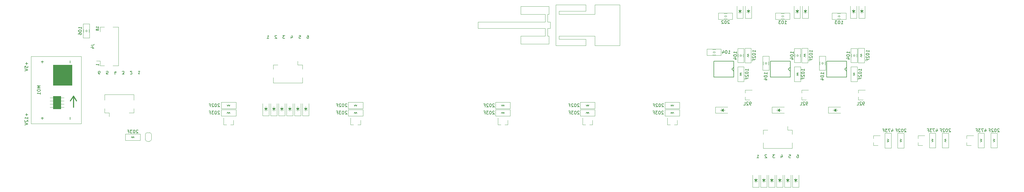
<source format=gbr>
%TF.GenerationSoftware,KiCad,Pcbnew,8.0.4*%
%TF.CreationDate,2024-09-25T08:52:03+09:00*%
%TF.ProjectId,FullHouse_Cover_V6.0,46756c6c-486f-4757-9365-5f436f766572,rev?*%
%TF.SameCoordinates,Original*%
%TF.FileFunction,Legend,Bot*%
%TF.FilePolarity,Positive*%
%FSLAX46Y46*%
G04 Gerber Fmt 4.6, Leading zero omitted, Abs format (unit mm)*
G04 Created by KiCad (PCBNEW 8.0.4) date 2024-09-25 08:52:03*
%MOMM*%
%LPD*%
G01*
G04 APERTURE LIST*
%ADD10C,0.150000*%
%ADD11C,0.200000*%
%ADD12C,0.120000*%
%ADD13C,0.100000*%
%ADD14C,0.350000*%
G04 APERTURE END LIST*
D10*
X278281666Y-170859819D02*
X278853094Y-170859819D01*
X278567380Y-170859819D02*
X278567380Y-169859819D01*
X278567380Y-169859819D02*
X278662618Y-170002676D01*
X278662618Y-170002676D02*
X278757856Y-170097914D01*
X278757856Y-170097914D02*
X278853094Y-170145533D01*
X277662618Y-169859819D02*
X277567380Y-169859819D01*
X277567380Y-169859819D02*
X277472142Y-169907438D01*
X277472142Y-169907438D02*
X277424523Y-169955057D01*
X277424523Y-169955057D02*
X277376904Y-170050295D01*
X277376904Y-170050295D02*
X277329285Y-170240771D01*
X277329285Y-170240771D02*
X277329285Y-170478866D01*
X277329285Y-170478866D02*
X277376904Y-170669342D01*
X277376904Y-170669342D02*
X277424523Y-170764580D01*
X277424523Y-170764580D02*
X277472142Y-170812200D01*
X277472142Y-170812200D02*
X277567380Y-170859819D01*
X277567380Y-170859819D02*
X277662618Y-170859819D01*
X277662618Y-170859819D02*
X277757856Y-170812200D01*
X277757856Y-170812200D02*
X277805475Y-170764580D01*
X277805475Y-170764580D02*
X277853094Y-170669342D01*
X277853094Y-170669342D02*
X277900713Y-170478866D01*
X277900713Y-170478866D02*
X277900713Y-170240771D01*
X277900713Y-170240771D02*
X277853094Y-170050295D01*
X277853094Y-170050295D02*
X277805475Y-169955057D01*
X277805475Y-169955057D02*
X277757856Y-169907438D01*
X277757856Y-169907438D02*
X277662618Y-169859819D01*
X276472142Y-170193152D02*
X276472142Y-170859819D01*
X276710237Y-169812200D02*
X276948332Y-170526485D01*
X276948332Y-170526485D02*
X276329285Y-170526485D01*
X316999819Y-170818333D02*
X316999819Y-170246905D01*
X316999819Y-170532619D02*
X315999819Y-170532619D01*
X315999819Y-170532619D02*
X316142676Y-170437381D01*
X316142676Y-170437381D02*
X316237914Y-170342143D01*
X316237914Y-170342143D02*
X316285533Y-170246905D01*
X315999819Y-171437381D02*
X315999819Y-171532619D01*
X315999819Y-171532619D02*
X316047438Y-171627857D01*
X316047438Y-171627857D02*
X316095057Y-171675476D01*
X316095057Y-171675476D02*
X316190295Y-171723095D01*
X316190295Y-171723095D02*
X316380771Y-171770714D01*
X316380771Y-171770714D02*
X316618866Y-171770714D01*
X316618866Y-171770714D02*
X316809342Y-171723095D01*
X316809342Y-171723095D02*
X316904580Y-171675476D01*
X316904580Y-171675476D02*
X316952200Y-171627857D01*
X316952200Y-171627857D02*
X316999819Y-171532619D01*
X316999819Y-171532619D02*
X316999819Y-171437381D01*
X316999819Y-171437381D02*
X316952200Y-171342143D01*
X316952200Y-171342143D02*
X316904580Y-171294524D01*
X316904580Y-171294524D02*
X316809342Y-171246905D01*
X316809342Y-171246905D02*
X316618866Y-171199286D01*
X316618866Y-171199286D02*
X316380771Y-171199286D01*
X316380771Y-171199286D02*
X316190295Y-171246905D01*
X316190295Y-171246905D02*
X316095057Y-171294524D01*
X316095057Y-171294524D02*
X316047438Y-171342143D01*
X316047438Y-171342143D02*
X315999819Y-171437381D01*
X316333152Y-172627857D02*
X316999819Y-172627857D01*
X315952200Y-172389762D02*
X316666485Y-172151667D01*
X316666485Y-172151667D02*
X316666485Y-172770714D01*
X293115332Y-203199819D02*
X292496285Y-203199819D01*
X292496285Y-203199819D02*
X292829618Y-203580771D01*
X292829618Y-203580771D02*
X292686761Y-203580771D01*
X292686761Y-203580771D02*
X292591523Y-203628390D01*
X292591523Y-203628390D02*
X292543904Y-203676009D01*
X292543904Y-203676009D02*
X292496285Y-203771247D01*
X292496285Y-203771247D02*
X292496285Y-204009342D01*
X292496285Y-204009342D02*
X292543904Y-204104580D01*
X292543904Y-204104580D02*
X292591523Y-204152200D01*
X292591523Y-204152200D02*
X292686761Y-204199819D01*
X292686761Y-204199819D02*
X292972475Y-204199819D01*
X292972475Y-204199819D02*
X293067713Y-204152200D01*
X293067713Y-204152200D02*
X293115332Y-204104580D01*
X297643904Y-203194243D02*
X298120094Y-203194243D01*
X298120094Y-203194243D02*
X298167713Y-203670433D01*
X298167713Y-203670433D02*
X298120094Y-203622814D01*
X298120094Y-203622814D02*
X298024856Y-203575195D01*
X298024856Y-203575195D02*
X297786761Y-203575195D01*
X297786761Y-203575195D02*
X297691523Y-203622814D01*
X297691523Y-203622814D02*
X297643904Y-203670433D01*
X297643904Y-203670433D02*
X297596285Y-203765671D01*
X297596285Y-203765671D02*
X297596285Y-204003766D01*
X297596285Y-204003766D02*
X297643904Y-204099004D01*
X297643904Y-204099004D02*
X297691523Y-204146624D01*
X297691523Y-204146624D02*
X297786761Y-204194243D01*
X297786761Y-204194243D02*
X298024856Y-204194243D01*
X298024856Y-204194243D02*
X298120094Y-204146624D01*
X298120094Y-204146624D02*
X298167713Y-204099004D01*
X290527713Y-203295057D02*
X290480094Y-203247438D01*
X290480094Y-203247438D02*
X290384856Y-203199819D01*
X290384856Y-203199819D02*
X290146761Y-203199819D01*
X290146761Y-203199819D02*
X290051523Y-203247438D01*
X290051523Y-203247438D02*
X290003904Y-203295057D01*
X290003904Y-203295057D02*
X289956285Y-203390295D01*
X289956285Y-203390295D02*
X289956285Y-203485533D01*
X289956285Y-203485533D02*
X290003904Y-203628390D01*
X290003904Y-203628390D02*
X290575332Y-204199819D01*
X290575332Y-204199819D02*
X289956285Y-204199819D01*
X295131523Y-203533152D02*
X295131523Y-204199819D01*
X295369618Y-203152200D02*
X295607713Y-203866485D01*
X295607713Y-203866485D02*
X294988666Y-203866485D01*
X300231523Y-203194243D02*
X300421999Y-203194243D01*
X300421999Y-203194243D02*
X300517237Y-203241862D01*
X300517237Y-203241862D02*
X300564856Y-203289481D01*
X300564856Y-203289481D02*
X300660094Y-203432338D01*
X300660094Y-203432338D02*
X300707713Y-203622814D01*
X300707713Y-203622814D02*
X300707713Y-204003766D01*
X300707713Y-204003766D02*
X300660094Y-204099004D01*
X300660094Y-204099004D02*
X300612475Y-204146624D01*
X300612475Y-204146624D02*
X300517237Y-204194243D01*
X300517237Y-204194243D02*
X300326761Y-204194243D01*
X300326761Y-204194243D02*
X300231523Y-204146624D01*
X300231523Y-204146624D02*
X300183904Y-204099004D01*
X300183904Y-204099004D02*
X300136285Y-204003766D01*
X300136285Y-204003766D02*
X300136285Y-203765671D01*
X300136285Y-203765671D02*
X300183904Y-203670433D01*
X300183904Y-203670433D02*
X300231523Y-203622814D01*
X300231523Y-203622814D02*
X300326761Y-203575195D01*
X300326761Y-203575195D02*
X300517237Y-203575195D01*
X300517237Y-203575195D02*
X300612475Y-203622814D01*
X300612475Y-203622814D02*
X300660094Y-203670433D01*
X300660094Y-203670433D02*
X300707713Y-203765671D01*
X287416285Y-204199819D02*
X287987713Y-204199819D01*
X287701999Y-204199819D02*
X287701999Y-203199819D01*
X287701999Y-203199819D02*
X287797237Y-203342676D01*
X287797237Y-203342676D02*
X287892475Y-203437914D01*
X287892475Y-203437914D02*
X287987713Y-203485533D01*
X156696666Y-187010057D02*
X156649047Y-186962438D01*
X156649047Y-186962438D02*
X156553809Y-186914819D01*
X156553809Y-186914819D02*
X156315714Y-186914819D01*
X156315714Y-186914819D02*
X156220476Y-186962438D01*
X156220476Y-186962438D02*
X156172857Y-187010057D01*
X156172857Y-187010057D02*
X156125238Y-187105295D01*
X156125238Y-187105295D02*
X156125238Y-187200533D01*
X156125238Y-187200533D02*
X156172857Y-187343390D01*
X156172857Y-187343390D02*
X156744285Y-187914819D01*
X156744285Y-187914819D02*
X156125238Y-187914819D01*
X155506190Y-186914819D02*
X155410952Y-186914819D01*
X155410952Y-186914819D02*
X155315714Y-186962438D01*
X155315714Y-186962438D02*
X155268095Y-187010057D01*
X155268095Y-187010057D02*
X155220476Y-187105295D01*
X155220476Y-187105295D02*
X155172857Y-187295771D01*
X155172857Y-187295771D02*
X155172857Y-187533866D01*
X155172857Y-187533866D02*
X155220476Y-187724342D01*
X155220476Y-187724342D02*
X155268095Y-187819580D01*
X155268095Y-187819580D02*
X155315714Y-187867200D01*
X155315714Y-187867200D02*
X155410952Y-187914819D01*
X155410952Y-187914819D02*
X155506190Y-187914819D01*
X155506190Y-187914819D02*
X155601428Y-187867200D01*
X155601428Y-187867200D02*
X155649047Y-187819580D01*
X155649047Y-187819580D02*
X155696666Y-187724342D01*
X155696666Y-187724342D02*
X155744285Y-187533866D01*
X155744285Y-187533866D02*
X155744285Y-187295771D01*
X155744285Y-187295771D02*
X155696666Y-187105295D01*
X155696666Y-187105295D02*
X155649047Y-187010057D01*
X155649047Y-187010057D02*
X155601428Y-186962438D01*
X155601428Y-186962438D02*
X155506190Y-186914819D01*
X154791904Y-187010057D02*
X154744285Y-186962438D01*
X154744285Y-186962438D02*
X154649047Y-186914819D01*
X154649047Y-186914819D02*
X154410952Y-186914819D01*
X154410952Y-186914819D02*
X154315714Y-186962438D01*
X154315714Y-186962438D02*
X154268095Y-187010057D01*
X154268095Y-187010057D02*
X154220476Y-187105295D01*
X154220476Y-187105295D02*
X154220476Y-187200533D01*
X154220476Y-187200533D02*
X154268095Y-187343390D01*
X154268095Y-187343390D02*
X154839523Y-187914819D01*
X154839523Y-187914819D02*
X154220476Y-187914819D01*
X153458571Y-187391009D02*
X153791904Y-187391009D01*
X153791904Y-187914819D02*
X153791904Y-186914819D01*
X153791904Y-186914819D02*
X153315714Y-186914819D01*
X58974819Y-181196667D02*
X57974819Y-181196667D01*
X57974819Y-181196667D02*
X58689104Y-181530000D01*
X58689104Y-181530000D02*
X57974819Y-181863333D01*
X57974819Y-181863333D02*
X58974819Y-181863333D01*
X57974819Y-182530000D02*
X57974819Y-182720476D01*
X57974819Y-182720476D02*
X58022438Y-182815714D01*
X58022438Y-182815714D02*
X58117676Y-182910952D01*
X58117676Y-182910952D02*
X58308152Y-182958571D01*
X58308152Y-182958571D02*
X58641485Y-182958571D01*
X58641485Y-182958571D02*
X58831961Y-182910952D01*
X58831961Y-182910952D02*
X58927200Y-182815714D01*
X58927200Y-182815714D02*
X58974819Y-182720476D01*
X58974819Y-182720476D02*
X58974819Y-182530000D01*
X58974819Y-182530000D02*
X58927200Y-182434762D01*
X58927200Y-182434762D02*
X58831961Y-182339524D01*
X58831961Y-182339524D02*
X58641485Y-182291905D01*
X58641485Y-182291905D02*
X58308152Y-182291905D01*
X58308152Y-182291905D02*
X58117676Y-182339524D01*
X58117676Y-182339524D02*
X58022438Y-182434762D01*
X58022438Y-182434762D02*
X57974819Y-182530000D01*
X58974819Y-183910952D02*
X58974819Y-183339524D01*
X58974819Y-183625238D02*
X57974819Y-183625238D01*
X57974819Y-183625238D02*
X58117676Y-183530000D01*
X58117676Y-183530000D02*
X58212914Y-183434762D01*
X58212914Y-183434762D02*
X58260533Y-183339524D01*
D11*
X54591266Y-173699673D02*
X54591266Y-174461578D01*
X54972219Y-174080625D02*
X54210314Y-174080625D01*
X53972219Y-175413958D02*
X53972219Y-174937768D01*
X53972219Y-174937768D02*
X54448409Y-174890149D01*
X54448409Y-174890149D02*
X54400790Y-174937768D01*
X54400790Y-174937768D02*
X54353171Y-175033006D01*
X54353171Y-175033006D02*
X54353171Y-175271101D01*
X54353171Y-175271101D02*
X54400790Y-175366339D01*
X54400790Y-175366339D02*
X54448409Y-175413958D01*
X54448409Y-175413958D02*
X54543647Y-175461577D01*
X54543647Y-175461577D02*
X54781742Y-175461577D01*
X54781742Y-175461577D02*
X54876980Y-175413958D01*
X54876980Y-175413958D02*
X54924600Y-175366339D01*
X54924600Y-175366339D02*
X54972219Y-175271101D01*
X54972219Y-175271101D02*
X54972219Y-175033006D01*
X54972219Y-175033006D02*
X54924600Y-174937768D01*
X54924600Y-174937768D02*
X54876980Y-174890149D01*
X53972219Y-175747292D02*
X54972219Y-176080625D01*
X54972219Y-176080625D02*
X53972219Y-176413958D01*
X54591266Y-190018095D02*
X54591266Y-190780000D01*
X54972219Y-190399047D02*
X54210314Y-190399047D01*
X54972219Y-191779999D02*
X54972219Y-191208571D01*
X54972219Y-191494285D02*
X53972219Y-191494285D01*
X53972219Y-191494285D02*
X54115076Y-191399047D01*
X54115076Y-191399047D02*
X54210314Y-191303809D01*
X54210314Y-191303809D02*
X54257933Y-191208571D01*
X54067457Y-192160952D02*
X54019838Y-192208571D01*
X54019838Y-192208571D02*
X53972219Y-192303809D01*
X53972219Y-192303809D02*
X53972219Y-192541904D01*
X53972219Y-192541904D02*
X54019838Y-192637142D01*
X54019838Y-192637142D02*
X54067457Y-192684761D01*
X54067457Y-192684761D02*
X54162695Y-192732380D01*
X54162695Y-192732380D02*
X54257933Y-192732380D01*
X54257933Y-192732380D02*
X54400790Y-192684761D01*
X54400790Y-192684761D02*
X54972219Y-192113333D01*
X54972219Y-192113333D02*
X54972219Y-192732380D01*
X53972219Y-193018095D02*
X54972219Y-193351428D01*
X54972219Y-193351428D02*
X53972219Y-193684761D01*
X59591266Y-191149048D02*
X59591266Y-191910953D01*
X59972219Y-191530000D02*
X59210314Y-191530000D01*
X59591266Y-173149048D02*
X59591266Y-173910953D01*
X59972219Y-173530000D02*
X59210314Y-173530000D01*
X68411266Y-191179048D02*
X68411266Y-191940953D01*
X68411266Y-173179048D02*
X68411266Y-173940953D01*
D10*
X72094819Y-162953333D02*
X72094819Y-162381905D01*
X72094819Y-162667619D02*
X71094819Y-162667619D01*
X71094819Y-162667619D02*
X71237676Y-162572381D01*
X71237676Y-162572381D02*
X71332914Y-162477143D01*
X71332914Y-162477143D02*
X71380533Y-162381905D01*
X71094819Y-163572381D02*
X71094819Y-163667619D01*
X71094819Y-163667619D02*
X71142438Y-163762857D01*
X71142438Y-163762857D02*
X71190057Y-163810476D01*
X71190057Y-163810476D02*
X71285295Y-163858095D01*
X71285295Y-163858095D02*
X71475771Y-163905714D01*
X71475771Y-163905714D02*
X71713866Y-163905714D01*
X71713866Y-163905714D02*
X71904342Y-163858095D01*
X71904342Y-163858095D02*
X71999580Y-163810476D01*
X71999580Y-163810476D02*
X72047200Y-163762857D01*
X72047200Y-163762857D02*
X72094819Y-163667619D01*
X72094819Y-163667619D02*
X72094819Y-163572381D01*
X72094819Y-163572381D02*
X72047200Y-163477143D01*
X72047200Y-163477143D02*
X71999580Y-163429524D01*
X71999580Y-163429524D02*
X71904342Y-163381905D01*
X71904342Y-163381905D02*
X71713866Y-163334286D01*
X71713866Y-163334286D02*
X71475771Y-163334286D01*
X71475771Y-163334286D02*
X71285295Y-163381905D01*
X71285295Y-163381905D02*
X71190057Y-163429524D01*
X71190057Y-163429524D02*
X71142438Y-163477143D01*
X71142438Y-163477143D02*
X71094819Y-163572381D01*
X71094819Y-164762857D02*
X71094819Y-164572381D01*
X71094819Y-164572381D02*
X71142438Y-164477143D01*
X71142438Y-164477143D02*
X71190057Y-164429524D01*
X71190057Y-164429524D02*
X71332914Y-164334286D01*
X71332914Y-164334286D02*
X71523390Y-164286667D01*
X71523390Y-164286667D02*
X71904342Y-164286667D01*
X71904342Y-164286667D02*
X71999580Y-164334286D01*
X71999580Y-164334286D02*
X72047200Y-164381905D01*
X72047200Y-164381905D02*
X72094819Y-164477143D01*
X72094819Y-164477143D02*
X72094819Y-164667619D01*
X72094819Y-164667619D02*
X72047200Y-164762857D01*
X72047200Y-164762857D02*
X71999580Y-164810476D01*
X71999580Y-164810476D02*
X71904342Y-164858095D01*
X71904342Y-164858095D02*
X71666247Y-164858095D01*
X71666247Y-164858095D02*
X71571009Y-164810476D01*
X71571009Y-164810476D02*
X71523390Y-164762857D01*
X71523390Y-164762857D02*
X71475771Y-164667619D01*
X71475771Y-164667619D02*
X71475771Y-164477143D01*
X71475771Y-164477143D02*
X71523390Y-164381905D01*
X71523390Y-164381905D02*
X71571009Y-164334286D01*
X71571009Y-164334286D02*
X71666247Y-164286667D01*
X257586666Y-189360057D02*
X257539047Y-189312438D01*
X257539047Y-189312438D02*
X257443809Y-189264819D01*
X257443809Y-189264819D02*
X257205714Y-189264819D01*
X257205714Y-189264819D02*
X257110476Y-189312438D01*
X257110476Y-189312438D02*
X257062857Y-189360057D01*
X257062857Y-189360057D02*
X257015238Y-189455295D01*
X257015238Y-189455295D02*
X257015238Y-189550533D01*
X257015238Y-189550533D02*
X257062857Y-189693390D01*
X257062857Y-189693390D02*
X257634285Y-190264819D01*
X257634285Y-190264819D02*
X257015238Y-190264819D01*
X256396190Y-189264819D02*
X256300952Y-189264819D01*
X256300952Y-189264819D02*
X256205714Y-189312438D01*
X256205714Y-189312438D02*
X256158095Y-189360057D01*
X256158095Y-189360057D02*
X256110476Y-189455295D01*
X256110476Y-189455295D02*
X256062857Y-189645771D01*
X256062857Y-189645771D02*
X256062857Y-189883866D01*
X256062857Y-189883866D02*
X256110476Y-190074342D01*
X256110476Y-190074342D02*
X256158095Y-190169580D01*
X256158095Y-190169580D02*
X256205714Y-190217200D01*
X256205714Y-190217200D02*
X256300952Y-190264819D01*
X256300952Y-190264819D02*
X256396190Y-190264819D01*
X256396190Y-190264819D02*
X256491428Y-190217200D01*
X256491428Y-190217200D02*
X256539047Y-190169580D01*
X256539047Y-190169580D02*
X256586666Y-190074342D01*
X256586666Y-190074342D02*
X256634285Y-189883866D01*
X256634285Y-189883866D02*
X256634285Y-189645771D01*
X256634285Y-189645771D02*
X256586666Y-189455295D01*
X256586666Y-189455295D02*
X256539047Y-189360057D01*
X256539047Y-189360057D02*
X256491428Y-189312438D01*
X256491428Y-189312438D02*
X256396190Y-189264819D01*
X255729523Y-189264819D02*
X255110476Y-189264819D01*
X255110476Y-189264819D02*
X255443809Y-189645771D01*
X255443809Y-189645771D02*
X255300952Y-189645771D01*
X255300952Y-189645771D02*
X255205714Y-189693390D01*
X255205714Y-189693390D02*
X255158095Y-189741009D01*
X255158095Y-189741009D02*
X255110476Y-189836247D01*
X255110476Y-189836247D02*
X255110476Y-190074342D01*
X255110476Y-190074342D02*
X255158095Y-190169580D01*
X255158095Y-190169580D02*
X255205714Y-190217200D01*
X255205714Y-190217200D02*
X255300952Y-190264819D01*
X255300952Y-190264819D02*
X255586666Y-190264819D01*
X255586666Y-190264819D02*
X255681904Y-190217200D01*
X255681904Y-190217200D02*
X255729523Y-190169580D01*
X254348571Y-189741009D02*
X254681904Y-189741009D01*
X254681904Y-190264819D02*
X254681904Y-189264819D01*
X254681904Y-189264819D02*
X254205714Y-189264819D01*
X285511428Y-187344819D02*
X285320952Y-187344819D01*
X285320952Y-187344819D02*
X285225714Y-187297200D01*
X285225714Y-187297200D02*
X285178095Y-187249580D01*
X285178095Y-187249580D02*
X285082857Y-187106723D01*
X285082857Y-187106723D02*
X285035238Y-186916247D01*
X285035238Y-186916247D02*
X285035238Y-186535295D01*
X285035238Y-186535295D02*
X285082857Y-186440057D01*
X285082857Y-186440057D02*
X285130476Y-186392438D01*
X285130476Y-186392438D02*
X285225714Y-186344819D01*
X285225714Y-186344819D02*
X285416190Y-186344819D01*
X285416190Y-186344819D02*
X285511428Y-186392438D01*
X285511428Y-186392438D02*
X285559047Y-186440057D01*
X285559047Y-186440057D02*
X285606666Y-186535295D01*
X285606666Y-186535295D02*
X285606666Y-186773390D01*
X285606666Y-186773390D02*
X285559047Y-186868628D01*
X285559047Y-186868628D02*
X285511428Y-186916247D01*
X285511428Y-186916247D02*
X285416190Y-186963866D01*
X285416190Y-186963866D02*
X285225714Y-186963866D01*
X285225714Y-186963866D02*
X285130476Y-186916247D01*
X285130476Y-186916247D02*
X285082857Y-186868628D01*
X285082857Y-186868628D02*
X285035238Y-186773390D01*
X284654285Y-186440057D02*
X284606666Y-186392438D01*
X284606666Y-186392438D02*
X284511428Y-186344819D01*
X284511428Y-186344819D02*
X284273333Y-186344819D01*
X284273333Y-186344819D02*
X284178095Y-186392438D01*
X284178095Y-186392438D02*
X284130476Y-186440057D01*
X284130476Y-186440057D02*
X284082857Y-186535295D01*
X284082857Y-186535295D02*
X284082857Y-186630533D01*
X284082857Y-186630533D02*
X284130476Y-186773390D01*
X284130476Y-186773390D02*
X284701904Y-187344819D01*
X284701904Y-187344819D02*
X284082857Y-187344819D01*
X283178095Y-187344819D02*
X283654285Y-187344819D01*
X283654285Y-187344819D02*
X283654285Y-186344819D01*
X203676666Y-187030057D02*
X203629047Y-186982438D01*
X203629047Y-186982438D02*
X203533809Y-186934819D01*
X203533809Y-186934819D02*
X203295714Y-186934819D01*
X203295714Y-186934819D02*
X203200476Y-186982438D01*
X203200476Y-186982438D02*
X203152857Y-187030057D01*
X203152857Y-187030057D02*
X203105238Y-187125295D01*
X203105238Y-187125295D02*
X203105238Y-187220533D01*
X203105238Y-187220533D02*
X203152857Y-187363390D01*
X203152857Y-187363390D02*
X203724285Y-187934819D01*
X203724285Y-187934819D02*
X203105238Y-187934819D01*
X202486190Y-186934819D02*
X202390952Y-186934819D01*
X202390952Y-186934819D02*
X202295714Y-186982438D01*
X202295714Y-186982438D02*
X202248095Y-187030057D01*
X202248095Y-187030057D02*
X202200476Y-187125295D01*
X202200476Y-187125295D02*
X202152857Y-187315771D01*
X202152857Y-187315771D02*
X202152857Y-187553866D01*
X202152857Y-187553866D02*
X202200476Y-187744342D01*
X202200476Y-187744342D02*
X202248095Y-187839580D01*
X202248095Y-187839580D02*
X202295714Y-187887200D01*
X202295714Y-187887200D02*
X202390952Y-187934819D01*
X202390952Y-187934819D02*
X202486190Y-187934819D01*
X202486190Y-187934819D02*
X202581428Y-187887200D01*
X202581428Y-187887200D02*
X202629047Y-187839580D01*
X202629047Y-187839580D02*
X202676666Y-187744342D01*
X202676666Y-187744342D02*
X202724285Y-187553866D01*
X202724285Y-187553866D02*
X202724285Y-187315771D01*
X202724285Y-187315771D02*
X202676666Y-187125295D01*
X202676666Y-187125295D02*
X202629047Y-187030057D01*
X202629047Y-187030057D02*
X202581428Y-186982438D01*
X202581428Y-186982438D02*
X202486190Y-186934819D01*
X201771904Y-187030057D02*
X201724285Y-186982438D01*
X201724285Y-186982438D02*
X201629047Y-186934819D01*
X201629047Y-186934819D02*
X201390952Y-186934819D01*
X201390952Y-186934819D02*
X201295714Y-186982438D01*
X201295714Y-186982438D02*
X201248095Y-187030057D01*
X201248095Y-187030057D02*
X201200476Y-187125295D01*
X201200476Y-187125295D02*
X201200476Y-187220533D01*
X201200476Y-187220533D02*
X201248095Y-187363390D01*
X201248095Y-187363390D02*
X201819523Y-187934819D01*
X201819523Y-187934819D02*
X201200476Y-187934819D01*
X200438571Y-187411009D02*
X200771904Y-187411009D01*
X200771904Y-187934819D02*
X200771904Y-186934819D01*
X200771904Y-186934819D02*
X200295714Y-186934819D01*
X308724819Y-177473333D02*
X308724819Y-176901905D01*
X308724819Y-177187619D02*
X307724819Y-177187619D01*
X307724819Y-177187619D02*
X307867676Y-177092381D01*
X307867676Y-177092381D02*
X307962914Y-176997143D01*
X307962914Y-176997143D02*
X308010533Y-176901905D01*
X307724819Y-178092381D02*
X307724819Y-178187619D01*
X307724819Y-178187619D02*
X307772438Y-178282857D01*
X307772438Y-178282857D02*
X307820057Y-178330476D01*
X307820057Y-178330476D02*
X307915295Y-178378095D01*
X307915295Y-178378095D02*
X308105771Y-178425714D01*
X308105771Y-178425714D02*
X308343866Y-178425714D01*
X308343866Y-178425714D02*
X308534342Y-178378095D01*
X308534342Y-178378095D02*
X308629580Y-178330476D01*
X308629580Y-178330476D02*
X308677200Y-178282857D01*
X308677200Y-178282857D02*
X308724819Y-178187619D01*
X308724819Y-178187619D02*
X308724819Y-178092381D01*
X308724819Y-178092381D02*
X308677200Y-177997143D01*
X308677200Y-177997143D02*
X308629580Y-177949524D01*
X308629580Y-177949524D02*
X308534342Y-177901905D01*
X308534342Y-177901905D02*
X308343866Y-177854286D01*
X308343866Y-177854286D02*
X308105771Y-177854286D01*
X308105771Y-177854286D02*
X307915295Y-177901905D01*
X307915295Y-177901905D02*
X307820057Y-177949524D01*
X307820057Y-177949524D02*
X307772438Y-177997143D01*
X307772438Y-177997143D02*
X307724819Y-178092381D01*
X308058152Y-179282857D02*
X308724819Y-179282857D01*
X307677200Y-179044762D02*
X308391485Y-178806667D01*
X308391485Y-178806667D02*
X308391485Y-179425714D01*
X280974819Y-170828333D02*
X280974819Y-170256905D01*
X280974819Y-170542619D02*
X279974819Y-170542619D01*
X279974819Y-170542619D02*
X280117676Y-170447381D01*
X280117676Y-170447381D02*
X280212914Y-170352143D01*
X280212914Y-170352143D02*
X280260533Y-170256905D01*
X279974819Y-171447381D02*
X279974819Y-171542619D01*
X279974819Y-171542619D02*
X280022438Y-171637857D01*
X280022438Y-171637857D02*
X280070057Y-171685476D01*
X280070057Y-171685476D02*
X280165295Y-171733095D01*
X280165295Y-171733095D02*
X280355771Y-171780714D01*
X280355771Y-171780714D02*
X280593866Y-171780714D01*
X280593866Y-171780714D02*
X280784342Y-171733095D01*
X280784342Y-171733095D02*
X280879580Y-171685476D01*
X280879580Y-171685476D02*
X280927200Y-171637857D01*
X280927200Y-171637857D02*
X280974819Y-171542619D01*
X280974819Y-171542619D02*
X280974819Y-171447381D01*
X280974819Y-171447381D02*
X280927200Y-171352143D01*
X280927200Y-171352143D02*
X280879580Y-171304524D01*
X280879580Y-171304524D02*
X280784342Y-171256905D01*
X280784342Y-171256905D02*
X280593866Y-171209286D01*
X280593866Y-171209286D02*
X280355771Y-171209286D01*
X280355771Y-171209286D02*
X280165295Y-171256905D01*
X280165295Y-171256905D02*
X280070057Y-171304524D01*
X280070057Y-171304524D02*
X280022438Y-171352143D01*
X280022438Y-171352143D02*
X279974819Y-171447381D01*
X280308152Y-172637857D02*
X280974819Y-172637857D01*
X279927200Y-172399762D02*
X280641485Y-172161667D01*
X280641485Y-172161667D02*
X280641485Y-172780714D01*
X75104819Y-168236666D02*
X75819104Y-168236666D01*
X75819104Y-168236666D02*
X75961961Y-168189047D01*
X75961961Y-168189047D02*
X76057200Y-168093809D01*
X76057200Y-168093809D02*
X76104819Y-167950952D01*
X76104819Y-167950952D02*
X76104819Y-167855714D01*
X75438152Y-169141428D02*
X76104819Y-169141428D01*
X75057200Y-168903333D02*
X75771485Y-168665238D01*
X75771485Y-168665238D02*
X75771485Y-169284285D01*
X77544295Y-162717029D02*
X77544295Y-162259886D01*
X77544295Y-162488458D02*
X76744295Y-162488458D01*
X76744295Y-162488458D02*
X76858580Y-162412267D01*
X76858580Y-162412267D02*
X76934771Y-162336077D01*
X76934771Y-162336077D02*
X76972866Y-162259886D01*
X77087152Y-163174172D02*
X77049057Y-163097982D01*
X77049057Y-163097982D02*
X77010961Y-163059887D01*
X77010961Y-163059887D02*
X76934771Y-163021791D01*
X76934771Y-163021791D02*
X76896676Y-163021791D01*
X76896676Y-163021791D02*
X76820485Y-163059887D01*
X76820485Y-163059887D02*
X76782390Y-163097982D01*
X76782390Y-163097982D02*
X76744295Y-163174172D01*
X76744295Y-163174172D02*
X76744295Y-163326553D01*
X76744295Y-163326553D02*
X76782390Y-163402744D01*
X76782390Y-163402744D02*
X76820485Y-163440839D01*
X76820485Y-163440839D02*
X76896676Y-163478934D01*
X76896676Y-163478934D02*
X76934771Y-163478934D01*
X76934771Y-163478934D02*
X77010961Y-163440839D01*
X77010961Y-163440839D02*
X77049057Y-163402744D01*
X77049057Y-163402744D02*
X77087152Y-163326553D01*
X77087152Y-163326553D02*
X77087152Y-163174172D01*
X77087152Y-163174172D02*
X77125247Y-163097982D01*
X77125247Y-163097982D02*
X77163342Y-163059887D01*
X77163342Y-163059887D02*
X77239533Y-163021791D01*
X77239533Y-163021791D02*
X77391914Y-163021791D01*
X77391914Y-163021791D02*
X77468104Y-163059887D01*
X77468104Y-163059887D02*
X77506200Y-163097982D01*
X77506200Y-163097982D02*
X77544295Y-163174172D01*
X77544295Y-163174172D02*
X77544295Y-163326553D01*
X77544295Y-163326553D02*
X77506200Y-163402744D01*
X77506200Y-163402744D02*
X77468104Y-163440839D01*
X77468104Y-163440839D02*
X77391914Y-163478934D01*
X77391914Y-163478934D02*
X77239533Y-163478934D01*
X77239533Y-163478934D02*
X77163342Y-163440839D01*
X77163342Y-163440839D02*
X77125247Y-163402744D01*
X77125247Y-163402744D02*
X77087152Y-163326553D01*
X77554295Y-174683207D02*
X77554295Y-174226064D01*
X77554295Y-174454636D02*
X76754295Y-174454636D01*
X76754295Y-174454636D02*
X76868580Y-174378445D01*
X76868580Y-174378445D02*
X76944771Y-174302255D01*
X76944771Y-174302255D02*
X76982866Y-174226064D01*
X360090476Y-195263152D02*
X360090476Y-195929819D01*
X360328571Y-194882200D02*
X360566666Y-195596485D01*
X360566666Y-195596485D02*
X359947619Y-195596485D01*
X359661904Y-194929819D02*
X358995238Y-194929819D01*
X358995238Y-194929819D02*
X359423809Y-195929819D01*
X358709523Y-194929819D02*
X358090476Y-194929819D01*
X358090476Y-194929819D02*
X358423809Y-195310771D01*
X358423809Y-195310771D02*
X358280952Y-195310771D01*
X358280952Y-195310771D02*
X358185714Y-195358390D01*
X358185714Y-195358390D02*
X358138095Y-195406009D01*
X358138095Y-195406009D02*
X358090476Y-195501247D01*
X358090476Y-195501247D02*
X358090476Y-195739342D01*
X358090476Y-195739342D02*
X358138095Y-195834580D01*
X358138095Y-195834580D02*
X358185714Y-195882200D01*
X358185714Y-195882200D02*
X358280952Y-195929819D01*
X358280952Y-195929819D02*
X358566666Y-195929819D01*
X358566666Y-195929819D02*
X358661904Y-195882200D01*
X358661904Y-195882200D02*
X358709523Y-195834580D01*
X357328571Y-195406009D02*
X357661904Y-195406009D01*
X357661904Y-195929819D02*
X357661904Y-194929819D01*
X357661904Y-194929819D02*
X357185714Y-194929819D01*
X299049819Y-170828333D02*
X299049819Y-170256905D01*
X299049819Y-170542619D02*
X298049819Y-170542619D01*
X298049819Y-170542619D02*
X298192676Y-170447381D01*
X298192676Y-170447381D02*
X298287914Y-170352143D01*
X298287914Y-170352143D02*
X298335533Y-170256905D01*
X298049819Y-171447381D02*
X298049819Y-171542619D01*
X298049819Y-171542619D02*
X298097438Y-171637857D01*
X298097438Y-171637857D02*
X298145057Y-171685476D01*
X298145057Y-171685476D02*
X298240295Y-171733095D01*
X298240295Y-171733095D02*
X298430771Y-171780714D01*
X298430771Y-171780714D02*
X298668866Y-171780714D01*
X298668866Y-171780714D02*
X298859342Y-171733095D01*
X298859342Y-171733095D02*
X298954580Y-171685476D01*
X298954580Y-171685476D02*
X299002200Y-171637857D01*
X299002200Y-171637857D02*
X299049819Y-171542619D01*
X299049819Y-171542619D02*
X299049819Y-171447381D01*
X299049819Y-171447381D02*
X299002200Y-171352143D01*
X299002200Y-171352143D02*
X298954580Y-171304524D01*
X298954580Y-171304524D02*
X298859342Y-171256905D01*
X298859342Y-171256905D02*
X298668866Y-171209286D01*
X298668866Y-171209286D02*
X298430771Y-171209286D01*
X298430771Y-171209286D02*
X298240295Y-171256905D01*
X298240295Y-171256905D02*
X298145057Y-171304524D01*
X298145057Y-171304524D02*
X298097438Y-171352143D01*
X298097438Y-171352143D02*
X298049819Y-171447381D01*
X298383152Y-172637857D02*
X299049819Y-172637857D01*
X298002200Y-172399762D02*
X298716485Y-172161667D01*
X298716485Y-172161667D02*
X298716485Y-172780714D01*
X90086666Y-195395057D02*
X90039047Y-195347438D01*
X90039047Y-195347438D02*
X89943809Y-195299819D01*
X89943809Y-195299819D02*
X89705714Y-195299819D01*
X89705714Y-195299819D02*
X89610476Y-195347438D01*
X89610476Y-195347438D02*
X89562857Y-195395057D01*
X89562857Y-195395057D02*
X89515238Y-195490295D01*
X89515238Y-195490295D02*
X89515238Y-195585533D01*
X89515238Y-195585533D02*
X89562857Y-195728390D01*
X89562857Y-195728390D02*
X90134285Y-196299819D01*
X90134285Y-196299819D02*
X89515238Y-196299819D01*
X88896190Y-195299819D02*
X88800952Y-195299819D01*
X88800952Y-195299819D02*
X88705714Y-195347438D01*
X88705714Y-195347438D02*
X88658095Y-195395057D01*
X88658095Y-195395057D02*
X88610476Y-195490295D01*
X88610476Y-195490295D02*
X88562857Y-195680771D01*
X88562857Y-195680771D02*
X88562857Y-195918866D01*
X88562857Y-195918866D02*
X88610476Y-196109342D01*
X88610476Y-196109342D02*
X88658095Y-196204580D01*
X88658095Y-196204580D02*
X88705714Y-196252200D01*
X88705714Y-196252200D02*
X88800952Y-196299819D01*
X88800952Y-196299819D02*
X88896190Y-196299819D01*
X88896190Y-196299819D02*
X88991428Y-196252200D01*
X88991428Y-196252200D02*
X89039047Y-196204580D01*
X89039047Y-196204580D02*
X89086666Y-196109342D01*
X89086666Y-196109342D02*
X89134285Y-195918866D01*
X89134285Y-195918866D02*
X89134285Y-195680771D01*
X89134285Y-195680771D02*
X89086666Y-195490295D01*
X89086666Y-195490295D02*
X89039047Y-195395057D01*
X89039047Y-195395057D02*
X88991428Y-195347438D01*
X88991428Y-195347438D02*
X88896190Y-195299819D01*
X88229523Y-195299819D02*
X87610476Y-195299819D01*
X87610476Y-195299819D02*
X87943809Y-195680771D01*
X87943809Y-195680771D02*
X87800952Y-195680771D01*
X87800952Y-195680771D02*
X87705714Y-195728390D01*
X87705714Y-195728390D02*
X87658095Y-195776009D01*
X87658095Y-195776009D02*
X87610476Y-195871247D01*
X87610476Y-195871247D02*
X87610476Y-196109342D01*
X87610476Y-196109342D02*
X87658095Y-196204580D01*
X87658095Y-196204580D02*
X87705714Y-196252200D01*
X87705714Y-196252200D02*
X87800952Y-196299819D01*
X87800952Y-196299819D02*
X88086666Y-196299819D01*
X88086666Y-196299819D02*
X88181904Y-196252200D01*
X88181904Y-196252200D02*
X88229523Y-196204580D01*
X86848571Y-195776009D02*
X87181904Y-195776009D01*
X87181904Y-196299819D02*
X87181904Y-195299819D01*
X87181904Y-195299819D02*
X86705714Y-195299819D01*
X284674819Y-176374761D02*
X284674819Y-175803333D01*
X284674819Y-176089047D02*
X283674819Y-176089047D01*
X283674819Y-176089047D02*
X283817676Y-175993809D01*
X283817676Y-175993809D02*
X283912914Y-175898571D01*
X283912914Y-175898571D02*
X283960533Y-175803333D01*
X283674819Y-176993809D02*
X283674819Y-177089047D01*
X283674819Y-177089047D02*
X283722438Y-177184285D01*
X283722438Y-177184285D02*
X283770057Y-177231904D01*
X283770057Y-177231904D02*
X283865295Y-177279523D01*
X283865295Y-177279523D02*
X284055771Y-177327142D01*
X284055771Y-177327142D02*
X284293866Y-177327142D01*
X284293866Y-177327142D02*
X284484342Y-177279523D01*
X284484342Y-177279523D02*
X284579580Y-177231904D01*
X284579580Y-177231904D02*
X284627200Y-177184285D01*
X284627200Y-177184285D02*
X284674819Y-177089047D01*
X284674819Y-177089047D02*
X284674819Y-176993809D01*
X284674819Y-176993809D02*
X284627200Y-176898571D01*
X284627200Y-176898571D02*
X284579580Y-176850952D01*
X284579580Y-176850952D02*
X284484342Y-176803333D01*
X284484342Y-176803333D02*
X284293866Y-176755714D01*
X284293866Y-176755714D02*
X284055771Y-176755714D01*
X284055771Y-176755714D02*
X283865295Y-176803333D01*
X283865295Y-176803333D02*
X283770057Y-176850952D01*
X283770057Y-176850952D02*
X283722438Y-176898571D01*
X283722438Y-176898571D02*
X283674819Y-176993809D01*
X283770057Y-177708095D02*
X283722438Y-177755714D01*
X283722438Y-177755714D02*
X283674819Y-177850952D01*
X283674819Y-177850952D02*
X283674819Y-178089047D01*
X283674819Y-178089047D02*
X283722438Y-178184285D01*
X283722438Y-178184285D02*
X283770057Y-178231904D01*
X283770057Y-178231904D02*
X283865295Y-178279523D01*
X283865295Y-178279523D02*
X283960533Y-178279523D01*
X283960533Y-178279523D02*
X284103390Y-178231904D01*
X284103390Y-178231904D02*
X284674819Y-177660476D01*
X284674819Y-177660476D02*
X284674819Y-178279523D01*
X284151009Y-179041428D02*
X284151009Y-178708095D01*
X284674819Y-178708095D02*
X283674819Y-178708095D01*
X283674819Y-178708095D02*
X283674819Y-179184285D01*
X286949819Y-170399761D02*
X286949819Y-169828333D01*
X286949819Y-170114047D02*
X285949819Y-170114047D01*
X285949819Y-170114047D02*
X286092676Y-170018809D01*
X286092676Y-170018809D02*
X286187914Y-169923571D01*
X286187914Y-169923571D02*
X286235533Y-169828333D01*
X285949819Y-171018809D02*
X285949819Y-171114047D01*
X285949819Y-171114047D02*
X285997438Y-171209285D01*
X285997438Y-171209285D02*
X286045057Y-171256904D01*
X286045057Y-171256904D02*
X286140295Y-171304523D01*
X286140295Y-171304523D02*
X286330771Y-171352142D01*
X286330771Y-171352142D02*
X286568866Y-171352142D01*
X286568866Y-171352142D02*
X286759342Y-171304523D01*
X286759342Y-171304523D02*
X286854580Y-171256904D01*
X286854580Y-171256904D02*
X286902200Y-171209285D01*
X286902200Y-171209285D02*
X286949819Y-171114047D01*
X286949819Y-171114047D02*
X286949819Y-171018809D01*
X286949819Y-171018809D02*
X286902200Y-170923571D01*
X286902200Y-170923571D02*
X286854580Y-170875952D01*
X286854580Y-170875952D02*
X286759342Y-170828333D01*
X286759342Y-170828333D02*
X286568866Y-170780714D01*
X286568866Y-170780714D02*
X286330771Y-170780714D01*
X286330771Y-170780714D02*
X286140295Y-170828333D01*
X286140295Y-170828333D02*
X286045057Y-170875952D01*
X286045057Y-170875952D02*
X285997438Y-170923571D01*
X285997438Y-170923571D02*
X285949819Y-171018809D01*
X286045057Y-171733095D02*
X285997438Y-171780714D01*
X285997438Y-171780714D02*
X285949819Y-171875952D01*
X285949819Y-171875952D02*
X285949819Y-172114047D01*
X285949819Y-172114047D02*
X285997438Y-172209285D01*
X285997438Y-172209285D02*
X286045057Y-172256904D01*
X286045057Y-172256904D02*
X286140295Y-172304523D01*
X286140295Y-172304523D02*
X286235533Y-172304523D01*
X286235533Y-172304523D02*
X286378390Y-172256904D01*
X286378390Y-172256904D02*
X286949819Y-171685476D01*
X286949819Y-171685476D02*
X286949819Y-172304523D01*
X286426009Y-173066428D02*
X286426009Y-172733095D01*
X286949819Y-172733095D02*
X285949819Y-172733095D01*
X285949819Y-172733095D02*
X285949819Y-173209285D01*
X302574819Y-176374761D02*
X302574819Y-175803333D01*
X302574819Y-176089047D02*
X301574819Y-176089047D01*
X301574819Y-176089047D02*
X301717676Y-175993809D01*
X301717676Y-175993809D02*
X301812914Y-175898571D01*
X301812914Y-175898571D02*
X301860533Y-175803333D01*
X301574819Y-176993809D02*
X301574819Y-177089047D01*
X301574819Y-177089047D02*
X301622438Y-177184285D01*
X301622438Y-177184285D02*
X301670057Y-177231904D01*
X301670057Y-177231904D02*
X301765295Y-177279523D01*
X301765295Y-177279523D02*
X301955771Y-177327142D01*
X301955771Y-177327142D02*
X302193866Y-177327142D01*
X302193866Y-177327142D02*
X302384342Y-177279523D01*
X302384342Y-177279523D02*
X302479580Y-177231904D01*
X302479580Y-177231904D02*
X302527200Y-177184285D01*
X302527200Y-177184285D02*
X302574819Y-177089047D01*
X302574819Y-177089047D02*
X302574819Y-176993809D01*
X302574819Y-176993809D02*
X302527200Y-176898571D01*
X302527200Y-176898571D02*
X302479580Y-176850952D01*
X302479580Y-176850952D02*
X302384342Y-176803333D01*
X302384342Y-176803333D02*
X302193866Y-176755714D01*
X302193866Y-176755714D02*
X301955771Y-176755714D01*
X301955771Y-176755714D02*
X301765295Y-176803333D01*
X301765295Y-176803333D02*
X301670057Y-176850952D01*
X301670057Y-176850952D02*
X301622438Y-176898571D01*
X301622438Y-176898571D02*
X301574819Y-176993809D01*
X301670057Y-177708095D02*
X301622438Y-177755714D01*
X301622438Y-177755714D02*
X301574819Y-177850952D01*
X301574819Y-177850952D02*
X301574819Y-178089047D01*
X301574819Y-178089047D02*
X301622438Y-178184285D01*
X301622438Y-178184285D02*
X301670057Y-178231904D01*
X301670057Y-178231904D02*
X301765295Y-178279523D01*
X301765295Y-178279523D02*
X301860533Y-178279523D01*
X301860533Y-178279523D02*
X302003390Y-178231904D01*
X302003390Y-178231904D02*
X302574819Y-177660476D01*
X302574819Y-177660476D02*
X302574819Y-178279523D01*
X302051009Y-179041428D02*
X302051009Y-178708095D01*
X302574819Y-178708095D02*
X301574819Y-178708095D01*
X301574819Y-178708095D02*
X301574819Y-179184285D01*
X344580476Y-195263152D02*
X344580476Y-195929819D01*
X344818571Y-194882200D02*
X345056666Y-195596485D01*
X345056666Y-195596485D02*
X344437619Y-195596485D01*
X344151904Y-194929819D02*
X343485238Y-194929819D01*
X343485238Y-194929819D02*
X343913809Y-195929819D01*
X343199523Y-194929819D02*
X342580476Y-194929819D01*
X342580476Y-194929819D02*
X342913809Y-195310771D01*
X342913809Y-195310771D02*
X342770952Y-195310771D01*
X342770952Y-195310771D02*
X342675714Y-195358390D01*
X342675714Y-195358390D02*
X342628095Y-195406009D01*
X342628095Y-195406009D02*
X342580476Y-195501247D01*
X342580476Y-195501247D02*
X342580476Y-195739342D01*
X342580476Y-195739342D02*
X342628095Y-195834580D01*
X342628095Y-195834580D02*
X342675714Y-195882200D01*
X342675714Y-195882200D02*
X342770952Y-195929819D01*
X342770952Y-195929819D02*
X343056666Y-195929819D01*
X343056666Y-195929819D02*
X343151904Y-195882200D01*
X343151904Y-195882200D02*
X343199523Y-195834580D01*
X341818571Y-195406009D02*
X342151904Y-195406009D01*
X342151904Y-195929819D02*
X342151904Y-194929819D01*
X342151904Y-194929819D02*
X341675714Y-194929819D01*
X134325713Y-165170057D02*
X134278094Y-165122438D01*
X134278094Y-165122438D02*
X134182856Y-165074819D01*
X134182856Y-165074819D02*
X133944761Y-165074819D01*
X133944761Y-165074819D02*
X133849523Y-165122438D01*
X133849523Y-165122438D02*
X133801904Y-165170057D01*
X133801904Y-165170057D02*
X133754285Y-165265295D01*
X133754285Y-165265295D02*
X133754285Y-165360533D01*
X133754285Y-165360533D02*
X133801904Y-165503390D01*
X133801904Y-165503390D02*
X134373332Y-166074819D01*
X134373332Y-166074819D02*
X133754285Y-166074819D01*
X136913332Y-165074819D02*
X136294285Y-165074819D01*
X136294285Y-165074819D02*
X136627618Y-165455771D01*
X136627618Y-165455771D02*
X136484761Y-165455771D01*
X136484761Y-165455771D02*
X136389523Y-165503390D01*
X136389523Y-165503390D02*
X136341904Y-165551009D01*
X136341904Y-165551009D02*
X136294285Y-165646247D01*
X136294285Y-165646247D02*
X136294285Y-165884342D01*
X136294285Y-165884342D02*
X136341904Y-165979580D01*
X136341904Y-165979580D02*
X136389523Y-166027200D01*
X136389523Y-166027200D02*
X136484761Y-166074819D01*
X136484761Y-166074819D02*
X136770475Y-166074819D01*
X136770475Y-166074819D02*
X136865713Y-166027200D01*
X136865713Y-166027200D02*
X136913332Y-165979580D01*
X141441904Y-165069243D02*
X141918094Y-165069243D01*
X141918094Y-165069243D02*
X141965713Y-165545433D01*
X141965713Y-165545433D02*
X141918094Y-165497814D01*
X141918094Y-165497814D02*
X141822856Y-165450195D01*
X141822856Y-165450195D02*
X141584761Y-165450195D01*
X141584761Y-165450195D02*
X141489523Y-165497814D01*
X141489523Y-165497814D02*
X141441904Y-165545433D01*
X141441904Y-165545433D02*
X141394285Y-165640671D01*
X141394285Y-165640671D02*
X141394285Y-165878766D01*
X141394285Y-165878766D02*
X141441904Y-165974004D01*
X141441904Y-165974004D02*
X141489523Y-166021624D01*
X141489523Y-166021624D02*
X141584761Y-166069243D01*
X141584761Y-166069243D02*
X141822856Y-166069243D01*
X141822856Y-166069243D02*
X141918094Y-166021624D01*
X141918094Y-166021624D02*
X141965713Y-165974004D01*
X131214285Y-166074819D02*
X131785713Y-166074819D01*
X131499999Y-166074819D02*
X131499999Y-165074819D01*
X131499999Y-165074819D02*
X131595237Y-165217676D01*
X131595237Y-165217676D02*
X131690475Y-165312914D01*
X131690475Y-165312914D02*
X131785713Y-165360533D01*
X144029523Y-165069243D02*
X144219999Y-165069243D01*
X144219999Y-165069243D02*
X144315237Y-165116862D01*
X144315237Y-165116862D02*
X144362856Y-165164481D01*
X144362856Y-165164481D02*
X144458094Y-165307338D01*
X144458094Y-165307338D02*
X144505713Y-165497814D01*
X144505713Y-165497814D02*
X144505713Y-165878766D01*
X144505713Y-165878766D02*
X144458094Y-165974004D01*
X144458094Y-165974004D02*
X144410475Y-166021624D01*
X144410475Y-166021624D02*
X144315237Y-166069243D01*
X144315237Y-166069243D02*
X144124761Y-166069243D01*
X144124761Y-166069243D02*
X144029523Y-166021624D01*
X144029523Y-166021624D02*
X143981904Y-165974004D01*
X143981904Y-165974004D02*
X143934285Y-165878766D01*
X143934285Y-165878766D02*
X143934285Y-165640671D01*
X143934285Y-165640671D02*
X143981904Y-165545433D01*
X143981904Y-165545433D02*
X144029523Y-165497814D01*
X144029523Y-165497814D02*
X144124761Y-165450195D01*
X144124761Y-165450195D02*
X144315237Y-165450195D01*
X144315237Y-165450195D02*
X144410475Y-165497814D01*
X144410475Y-165497814D02*
X144458094Y-165545433D01*
X144458094Y-165545433D02*
X144505713Y-165640671D01*
X138929523Y-165408152D02*
X138929523Y-166074819D01*
X139167618Y-165027200D02*
X139405713Y-165741485D01*
X139405713Y-165741485D02*
X138786666Y-165741485D01*
X364666666Y-195025057D02*
X364619047Y-194977438D01*
X364619047Y-194977438D02*
X364523809Y-194929819D01*
X364523809Y-194929819D02*
X364285714Y-194929819D01*
X364285714Y-194929819D02*
X364190476Y-194977438D01*
X364190476Y-194977438D02*
X364142857Y-195025057D01*
X364142857Y-195025057D02*
X364095238Y-195120295D01*
X364095238Y-195120295D02*
X364095238Y-195215533D01*
X364095238Y-195215533D02*
X364142857Y-195358390D01*
X364142857Y-195358390D02*
X364714285Y-195929819D01*
X364714285Y-195929819D02*
X364095238Y-195929819D01*
X363476190Y-194929819D02*
X363380952Y-194929819D01*
X363380952Y-194929819D02*
X363285714Y-194977438D01*
X363285714Y-194977438D02*
X363238095Y-195025057D01*
X363238095Y-195025057D02*
X363190476Y-195120295D01*
X363190476Y-195120295D02*
X363142857Y-195310771D01*
X363142857Y-195310771D02*
X363142857Y-195548866D01*
X363142857Y-195548866D02*
X363190476Y-195739342D01*
X363190476Y-195739342D02*
X363238095Y-195834580D01*
X363238095Y-195834580D02*
X363285714Y-195882200D01*
X363285714Y-195882200D02*
X363380952Y-195929819D01*
X363380952Y-195929819D02*
X363476190Y-195929819D01*
X363476190Y-195929819D02*
X363571428Y-195882200D01*
X363571428Y-195882200D02*
X363619047Y-195834580D01*
X363619047Y-195834580D02*
X363666666Y-195739342D01*
X363666666Y-195739342D02*
X363714285Y-195548866D01*
X363714285Y-195548866D02*
X363714285Y-195310771D01*
X363714285Y-195310771D02*
X363666666Y-195120295D01*
X363666666Y-195120295D02*
X363619047Y-195025057D01*
X363619047Y-195025057D02*
X363571428Y-194977438D01*
X363571428Y-194977438D02*
X363476190Y-194929819D01*
X362761904Y-195025057D02*
X362714285Y-194977438D01*
X362714285Y-194977438D02*
X362619047Y-194929819D01*
X362619047Y-194929819D02*
X362380952Y-194929819D01*
X362380952Y-194929819D02*
X362285714Y-194977438D01*
X362285714Y-194977438D02*
X362238095Y-195025057D01*
X362238095Y-195025057D02*
X362190476Y-195120295D01*
X362190476Y-195120295D02*
X362190476Y-195215533D01*
X362190476Y-195215533D02*
X362238095Y-195358390D01*
X362238095Y-195358390D02*
X362809523Y-195929819D01*
X362809523Y-195929819D02*
X362190476Y-195929819D01*
X361428571Y-195406009D02*
X361761904Y-195406009D01*
X361761904Y-195929819D02*
X361761904Y-194929819D01*
X361761904Y-194929819D02*
X361285714Y-194929819D01*
X203666666Y-189370057D02*
X203619047Y-189322438D01*
X203619047Y-189322438D02*
X203523809Y-189274819D01*
X203523809Y-189274819D02*
X203285714Y-189274819D01*
X203285714Y-189274819D02*
X203190476Y-189322438D01*
X203190476Y-189322438D02*
X203142857Y-189370057D01*
X203142857Y-189370057D02*
X203095238Y-189465295D01*
X203095238Y-189465295D02*
X203095238Y-189560533D01*
X203095238Y-189560533D02*
X203142857Y-189703390D01*
X203142857Y-189703390D02*
X203714285Y-190274819D01*
X203714285Y-190274819D02*
X203095238Y-190274819D01*
X202476190Y-189274819D02*
X202380952Y-189274819D01*
X202380952Y-189274819D02*
X202285714Y-189322438D01*
X202285714Y-189322438D02*
X202238095Y-189370057D01*
X202238095Y-189370057D02*
X202190476Y-189465295D01*
X202190476Y-189465295D02*
X202142857Y-189655771D01*
X202142857Y-189655771D02*
X202142857Y-189893866D01*
X202142857Y-189893866D02*
X202190476Y-190084342D01*
X202190476Y-190084342D02*
X202238095Y-190179580D01*
X202238095Y-190179580D02*
X202285714Y-190227200D01*
X202285714Y-190227200D02*
X202380952Y-190274819D01*
X202380952Y-190274819D02*
X202476190Y-190274819D01*
X202476190Y-190274819D02*
X202571428Y-190227200D01*
X202571428Y-190227200D02*
X202619047Y-190179580D01*
X202619047Y-190179580D02*
X202666666Y-190084342D01*
X202666666Y-190084342D02*
X202714285Y-189893866D01*
X202714285Y-189893866D02*
X202714285Y-189655771D01*
X202714285Y-189655771D02*
X202666666Y-189465295D01*
X202666666Y-189465295D02*
X202619047Y-189370057D01*
X202619047Y-189370057D02*
X202571428Y-189322438D01*
X202571428Y-189322438D02*
X202476190Y-189274819D01*
X201809523Y-189274819D02*
X201190476Y-189274819D01*
X201190476Y-189274819D02*
X201523809Y-189655771D01*
X201523809Y-189655771D02*
X201380952Y-189655771D01*
X201380952Y-189655771D02*
X201285714Y-189703390D01*
X201285714Y-189703390D02*
X201238095Y-189751009D01*
X201238095Y-189751009D02*
X201190476Y-189846247D01*
X201190476Y-189846247D02*
X201190476Y-190084342D01*
X201190476Y-190084342D02*
X201238095Y-190179580D01*
X201238095Y-190179580D02*
X201285714Y-190227200D01*
X201285714Y-190227200D02*
X201380952Y-190274819D01*
X201380952Y-190274819D02*
X201666666Y-190274819D01*
X201666666Y-190274819D02*
X201761904Y-190227200D01*
X201761904Y-190227200D02*
X201809523Y-190179580D01*
X200428571Y-189751009D02*
X200761904Y-189751009D01*
X200761904Y-190274819D02*
X200761904Y-189274819D01*
X200761904Y-189274819D02*
X200285714Y-189274819D01*
X314266666Y-161379819D02*
X314838094Y-161379819D01*
X314552380Y-161379819D02*
X314552380Y-160379819D01*
X314552380Y-160379819D02*
X314647618Y-160522676D01*
X314647618Y-160522676D02*
X314742856Y-160617914D01*
X314742856Y-160617914D02*
X314838094Y-160665533D01*
X313647618Y-160379819D02*
X313552380Y-160379819D01*
X313552380Y-160379819D02*
X313457142Y-160427438D01*
X313457142Y-160427438D02*
X313409523Y-160475057D01*
X313409523Y-160475057D02*
X313361904Y-160570295D01*
X313361904Y-160570295D02*
X313314285Y-160760771D01*
X313314285Y-160760771D02*
X313314285Y-160998866D01*
X313314285Y-160998866D02*
X313361904Y-161189342D01*
X313361904Y-161189342D02*
X313409523Y-161284580D01*
X313409523Y-161284580D02*
X313457142Y-161332200D01*
X313457142Y-161332200D02*
X313552380Y-161379819D01*
X313552380Y-161379819D02*
X313647618Y-161379819D01*
X313647618Y-161379819D02*
X313742856Y-161332200D01*
X313742856Y-161332200D02*
X313790475Y-161284580D01*
X313790475Y-161284580D02*
X313838094Y-161189342D01*
X313838094Y-161189342D02*
X313885713Y-160998866D01*
X313885713Y-160998866D02*
X313885713Y-160760771D01*
X313885713Y-160760771D02*
X313838094Y-160570295D01*
X313838094Y-160570295D02*
X313790475Y-160475057D01*
X313790475Y-160475057D02*
X313742856Y-160427438D01*
X313742856Y-160427438D02*
X313647618Y-160379819D01*
X312980951Y-160379819D02*
X312361904Y-160379819D01*
X312361904Y-160379819D02*
X312695237Y-160760771D01*
X312695237Y-160760771D02*
X312552380Y-160760771D01*
X312552380Y-160760771D02*
X312457142Y-160808390D01*
X312457142Y-160808390D02*
X312409523Y-160856009D01*
X312409523Y-160856009D02*
X312361904Y-160951247D01*
X312361904Y-160951247D02*
X312361904Y-161189342D01*
X312361904Y-161189342D02*
X312409523Y-161284580D01*
X312409523Y-161284580D02*
X312457142Y-161332200D01*
X312457142Y-161332200D02*
X312552380Y-161379819D01*
X312552380Y-161379819D02*
X312838094Y-161379819D01*
X312838094Y-161379819D02*
X312933332Y-161332200D01*
X312933332Y-161332200D02*
X312980951Y-161284580D01*
X230736666Y-187020057D02*
X230689047Y-186972438D01*
X230689047Y-186972438D02*
X230593809Y-186924819D01*
X230593809Y-186924819D02*
X230355714Y-186924819D01*
X230355714Y-186924819D02*
X230260476Y-186972438D01*
X230260476Y-186972438D02*
X230212857Y-187020057D01*
X230212857Y-187020057D02*
X230165238Y-187115295D01*
X230165238Y-187115295D02*
X230165238Y-187210533D01*
X230165238Y-187210533D02*
X230212857Y-187353390D01*
X230212857Y-187353390D02*
X230784285Y-187924819D01*
X230784285Y-187924819D02*
X230165238Y-187924819D01*
X229546190Y-186924819D02*
X229450952Y-186924819D01*
X229450952Y-186924819D02*
X229355714Y-186972438D01*
X229355714Y-186972438D02*
X229308095Y-187020057D01*
X229308095Y-187020057D02*
X229260476Y-187115295D01*
X229260476Y-187115295D02*
X229212857Y-187305771D01*
X229212857Y-187305771D02*
X229212857Y-187543866D01*
X229212857Y-187543866D02*
X229260476Y-187734342D01*
X229260476Y-187734342D02*
X229308095Y-187829580D01*
X229308095Y-187829580D02*
X229355714Y-187877200D01*
X229355714Y-187877200D02*
X229450952Y-187924819D01*
X229450952Y-187924819D02*
X229546190Y-187924819D01*
X229546190Y-187924819D02*
X229641428Y-187877200D01*
X229641428Y-187877200D02*
X229689047Y-187829580D01*
X229689047Y-187829580D02*
X229736666Y-187734342D01*
X229736666Y-187734342D02*
X229784285Y-187543866D01*
X229784285Y-187543866D02*
X229784285Y-187305771D01*
X229784285Y-187305771D02*
X229736666Y-187115295D01*
X229736666Y-187115295D02*
X229689047Y-187020057D01*
X229689047Y-187020057D02*
X229641428Y-186972438D01*
X229641428Y-186972438D02*
X229546190Y-186924819D01*
X228831904Y-187020057D02*
X228784285Y-186972438D01*
X228784285Y-186972438D02*
X228689047Y-186924819D01*
X228689047Y-186924819D02*
X228450952Y-186924819D01*
X228450952Y-186924819D02*
X228355714Y-186972438D01*
X228355714Y-186972438D02*
X228308095Y-187020057D01*
X228308095Y-187020057D02*
X228260476Y-187115295D01*
X228260476Y-187115295D02*
X228260476Y-187210533D01*
X228260476Y-187210533D02*
X228308095Y-187353390D01*
X228308095Y-187353390D02*
X228879523Y-187924819D01*
X228879523Y-187924819D02*
X228260476Y-187924819D01*
X227498571Y-187401009D02*
X227831904Y-187401009D01*
X227831904Y-187924819D02*
X227831904Y-186924819D01*
X227831904Y-186924819D02*
X227355714Y-186924819D01*
X290724819Y-177478333D02*
X290724819Y-176906905D01*
X290724819Y-177192619D02*
X289724819Y-177192619D01*
X289724819Y-177192619D02*
X289867676Y-177097381D01*
X289867676Y-177097381D02*
X289962914Y-177002143D01*
X289962914Y-177002143D02*
X290010533Y-176906905D01*
X289724819Y-178097381D02*
X289724819Y-178192619D01*
X289724819Y-178192619D02*
X289772438Y-178287857D01*
X289772438Y-178287857D02*
X289820057Y-178335476D01*
X289820057Y-178335476D02*
X289915295Y-178383095D01*
X289915295Y-178383095D02*
X290105771Y-178430714D01*
X290105771Y-178430714D02*
X290343866Y-178430714D01*
X290343866Y-178430714D02*
X290534342Y-178383095D01*
X290534342Y-178383095D02*
X290629580Y-178335476D01*
X290629580Y-178335476D02*
X290677200Y-178287857D01*
X290677200Y-178287857D02*
X290724819Y-178192619D01*
X290724819Y-178192619D02*
X290724819Y-178097381D01*
X290724819Y-178097381D02*
X290677200Y-178002143D01*
X290677200Y-178002143D02*
X290629580Y-177954524D01*
X290629580Y-177954524D02*
X290534342Y-177906905D01*
X290534342Y-177906905D02*
X290343866Y-177859286D01*
X290343866Y-177859286D02*
X290105771Y-177859286D01*
X290105771Y-177859286D02*
X289915295Y-177906905D01*
X289915295Y-177906905D02*
X289820057Y-177954524D01*
X289820057Y-177954524D02*
X289772438Y-178002143D01*
X289772438Y-178002143D02*
X289724819Y-178097381D01*
X290058152Y-179287857D02*
X290724819Y-179287857D01*
X289677200Y-179049762D02*
X290391485Y-178811667D01*
X290391485Y-178811667D02*
X290391485Y-179430714D01*
X116096666Y-189360057D02*
X116049047Y-189312438D01*
X116049047Y-189312438D02*
X115953809Y-189264819D01*
X115953809Y-189264819D02*
X115715714Y-189264819D01*
X115715714Y-189264819D02*
X115620476Y-189312438D01*
X115620476Y-189312438D02*
X115572857Y-189360057D01*
X115572857Y-189360057D02*
X115525238Y-189455295D01*
X115525238Y-189455295D02*
X115525238Y-189550533D01*
X115525238Y-189550533D02*
X115572857Y-189693390D01*
X115572857Y-189693390D02*
X116144285Y-190264819D01*
X116144285Y-190264819D02*
X115525238Y-190264819D01*
X114906190Y-189264819D02*
X114810952Y-189264819D01*
X114810952Y-189264819D02*
X114715714Y-189312438D01*
X114715714Y-189312438D02*
X114668095Y-189360057D01*
X114668095Y-189360057D02*
X114620476Y-189455295D01*
X114620476Y-189455295D02*
X114572857Y-189645771D01*
X114572857Y-189645771D02*
X114572857Y-189883866D01*
X114572857Y-189883866D02*
X114620476Y-190074342D01*
X114620476Y-190074342D02*
X114668095Y-190169580D01*
X114668095Y-190169580D02*
X114715714Y-190217200D01*
X114715714Y-190217200D02*
X114810952Y-190264819D01*
X114810952Y-190264819D02*
X114906190Y-190264819D01*
X114906190Y-190264819D02*
X115001428Y-190217200D01*
X115001428Y-190217200D02*
X115049047Y-190169580D01*
X115049047Y-190169580D02*
X115096666Y-190074342D01*
X115096666Y-190074342D02*
X115144285Y-189883866D01*
X115144285Y-189883866D02*
X115144285Y-189645771D01*
X115144285Y-189645771D02*
X115096666Y-189455295D01*
X115096666Y-189455295D02*
X115049047Y-189360057D01*
X115049047Y-189360057D02*
X115001428Y-189312438D01*
X115001428Y-189312438D02*
X114906190Y-189264819D01*
X114239523Y-189264819D02*
X113620476Y-189264819D01*
X113620476Y-189264819D02*
X113953809Y-189645771D01*
X113953809Y-189645771D02*
X113810952Y-189645771D01*
X113810952Y-189645771D02*
X113715714Y-189693390D01*
X113715714Y-189693390D02*
X113668095Y-189741009D01*
X113668095Y-189741009D02*
X113620476Y-189836247D01*
X113620476Y-189836247D02*
X113620476Y-190074342D01*
X113620476Y-190074342D02*
X113668095Y-190169580D01*
X113668095Y-190169580D02*
X113715714Y-190217200D01*
X113715714Y-190217200D02*
X113810952Y-190264819D01*
X113810952Y-190264819D02*
X114096666Y-190264819D01*
X114096666Y-190264819D02*
X114191904Y-190217200D01*
X114191904Y-190217200D02*
X114239523Y-190169580D01*
X112858571Y-189741009D02*
X113191904Y-189741009D01*
X113191904Y-190264819D02*
X113191904Y-189264819D01*
X113191904Y-189264819D02*
X112715714Y-189264819D01*
X257646666Y-187010057D02*
X257599047Y-186962438D01*
X257599047Y-186962438D02*
X257503809Y-186914819D01*
X257503809Y-186914819D02*
X257265714Y-186914819D01*
X257265714Y-186914819D02*
X257170476Y-186962438D01*
X257170476Y-186962438D02*
X257122857Y-187010057D01*
X257122857Y-187010057D02*
X257075238Y-187105295D01*
X257075238Y-187105295D02*
X257075238Y-187200533D01*
X257075238Y-187200533D02*
X257122857Y-187343390D01*
X257122857Y-187343390D02*
X257694285Y-187914819D01*
X257694285Y-187914819D02*
X257075238Y-187914819D01*
X256456190Y-186914819D02*
X256360952Y-186914819D01*
X256360952Y-186914819D02*
X256265714Y-186962438D01*
X256265714Y-186962438D02*
X256218095Y-187010057D01*
X256218095Y-187010057D02*
X256170476Y-187105295D01*
X256170476Y-187105295D02*
X256122857Y-187295771D01*
X256122857Y-187295771D02*
X256122857Y-187533866D01*
X256122857Y-187533866D02*
X256170476Y-187724342D01*
X256170476Y-187724342D02*
X256218095Y-187819580D01*
X256218095Y-187819580D02*
X256265714Y-187867200D01*
X256265714Y-187867200D02*
X256360952Y-187914819D01*
X256360952Y-187914819D02*
X256456190Y-187914819D01*
X256456190Y-187914819D02*
X256551428Y-187867200D01*
X256551428Y-187867200D02*
X256599047Y-187819580D01*
X256599047Y-187819580D02*
X256646666Y-187724342D01*
X256646666Y-187724342D02*
X256694285Y-187533866D01*
X256694285Y-187533866D02*
X256694285Y-187295771D01*
X256694285Y-187295771D02*
X256646666Y-187105295D01*
X256646666Y-187105295D02*
X256599047Y-187010057D01*
X256599047Y-187010057D02*
X256551428Y-186962438D01*
X256551428Y-186962438D02*
X256456190Y-186914819D01*
X255741904Y-187010057D02*
X255694285Y-186962438D01*
X255694285Y-186962438D02*
X255599047Y-186914819D01*
X255599047Y-186914819D02*
X255360952Y-186914819D01*
X255360952Y-186914819D02*
X255265714Y-186962438D01*
X255265714Y-186962438D02*
X255218095Y-187010057D01*
X255218095Y-187010057D02*
X255170476Y-187105295D01*
X255170476Y-187105295D02*
X255170476Y-187200533D01*
X255170476Y-187200533D02*
X255218095Y-187343390D01*
X255218095Y-187343390D02*
X255789523Y-187914819D01*
X255789523Y-187914819D02*
X255170476Y-187914819D01*
X254408571Y-187391009D02*
X254741904Y-187391009D01*
X254741904Y-187914819D02*
X254741904Y-186914819D01*
X254741904Y-186914819D02*
X254265714Y-186914819D01*
X349156666Y-195025057D02*
X349109047Y-194977438D01*
X349109047Y-194977438D02*
X349013809Y-194929819D01*
X349013809Y-194929819D02*
X348775714Y-194929819D01*
X348775714Y-194929819D02*
X348680476Y-194977438D01*
X348680476Y-194977438D02*
X348632857Y-195025057D01*
X348632857Y-195025057D02*
X348585238Y-195120295D01*
X348585238Y-195120295D02*
X348585238Y-195215533D01*
X348585238Y-195215533D02*
X348632857Y-195358390D01*
X348632857Y-195358390D02*
X349204285Y-195929819D01*
X349204285Y-195929819D02*
X348585238Y-195929819D01*
X347966190Y-194929819D02*
X347870952Y-194929819D01*
X347870952Y-194929819D02*
X347775714Y-194977438D01*
X347775714Y-194977438D02*
X347728095Y-195025057D01*
X347728095Y-195025057D02*
X347680476Y-195120295D01*
X347680476Y-195120295D02*
X347632857Y-195310771D01*
X347632857Y-195310771D02*
X347632857Y-195548866D01*
X347632857Y-195548866D02*
X347680476Y-195739342D01*
X347680476Y-195739342D02*
X347728095Y-195834580D01*
X347728095Y-195834580D02*
X347775714Y-195882200D01*
X347775714Y-195882200D02*
X347870952Y-195929819D01*
X347870952Y-195929819D02*
X347966190Y-195929819D01*
X347966190Y-195929819D02*
X348061428Y-195882200D01*
X348061428Y-195882200D02*
X348109047Y-195834580D01*
X348109047Y-195834580D02*
X348156666Y-195739342D01*
X348156666Y-195739342D02*
X348204285Y-195548866D01*
X348204285Y-195548866D02*
X348204285Y-195310771D01*
X348204285Y-195310771D02*
X348156666Y-195120295D01*
X348156666Y-195120295D02*
X348109047Y-195025057D01*
X348109047Y-195025057D02*
X348061428Y-194977438D01*
X348061428Y-194977438D02*
X347966190Y-194929819D01*
X347251904Y-195025057D02*
X347204285Y-194977438D01*
X347204285Y-194977438D02*
X347109047Y-194929819D01*
X347109047Y-194929819D02*
X346870952Y-194929819D01*
X346870952Y-194929819D02*
X346775714Y-194977438D01*
X346775714Y-194977438D02*
X346728095Y-195025057D01*
X346728095Y-195025057D02*
X346680476Y-195120295D01*
X346680476Y-195120295D02*
X346680476Y-195215533D01*
X346680476Y-195215533D02*
X346728095Y-195358390D01*
X346728095Y-195358390D02*
X347299523Y-195929819D01*
X347299523Y-195929819D02*
X346680476Y-195929819D01*
X345918571Y-195406009D02*
X346251904Y-195406009D01*
X346251904Y-195929819D02*
X346251904Y-194929819D01*
X346251904Y-194929819D02*
X345775714Y-194929819D01*
X323199819Y-170399761D02*
X323199819Y-169828333D01*
X323199819Y-170114047D02*
X322199819Y-170114047D01*
X322199819Y-170114047D02*
X322342676Y-170018809D01*
X322342676Y-170018809D02*
X322437914Y-169923571D01*
X322437914Y-169923571D02*
X322485533Y-169828333D01*
X322199819Y-171018809D02*
X322199819Y-171114047D01*
X322199819Y-171114047D02*
X322247438Y-171209285D01*
X322247438Y-171209285D02*
X322295057Y-171256904D01*
X322295057Y-171256904D02*
X322390295Y-171304523D01*
X322390295Y-171304523D02*
X322580771Y-171352142D01*
X322580771Y-171352142D02*
X322818866Y-171352142D01*
X322818866Y-171352142D02*
X323009342Y-171304523D01*
X323009342Y-171304523D02*
X323104580Y-171256904D01*
X323104580Y-171256904D02*
X323152200Y-171209285D01*
X323152200Y-171209285D02*
X323199819Y-171114047D01*
X323199819Y-171114047D02*
X323199819Y-171018809D01*
X323199819Y-171018809D02*
X323152200Y-170923571D01*
X323152200Y-170923571D02*
X323104580Y-170875952D01*
X323104580Y-170875952D02*
X323009342Y-170828333D01*
X323009342Y-170828333D02*
X322818866Y-170780714D01*
X322818866Y-170780714D02*
X322580771Y-170780714D01*
X322580771Y-170780714D02*
X322390295Y-170828333D01*
X322390295Y-170828333D02*
X322295057Y-170875952D01*
X322295057Y-170875952D02*
X322247438Y-170923571D01*
X322247438Y-170923571D02*
X322199819Y-171018809D01*
X322295057Y-171733095D02*
X322247438Y-171780714D01*
X322247438Y-171780714D02*
X322199819Y-171875952D01*
X322199819Y-171875952D02*
X322199819Y-172114047D01*
X322199819Y-172114047D02*
X322247438Y-172209285D01*
X322247438Y-172209285D02*
X322295057Y-172256904D01*
X322295057Y-172256904D02*
X322390295Y-172304523D01*
X322390295Y-172304523D02*
X322485533Y-172304523D01*
X322485533Y-172304523D02*
X322628390Y-172256904D01*
X322628390Y-172256904D02*
X323199819Y-171685476D01*
X323199819Y-171685476D02*
X323199819Y-172304523D01*
X322676009Y-173066428D02*
X322676009Y-172733095D01*
X323199819Y-172733095D02*
X322199819Y-172733095D01*
X322199819Y-172733095D02*
X322199819Y-173209285D01*
X230746666Y-189370057D02*
X230699047Y-189322438D01*
X230699047Y-189322438D02*
X230603809Y-189274819D01*
X230603809Y-189274819D02*
X230365714Y-189274819D01*
X230365714Y-189274819D02*
X230270476Y-189322438D01*
X230270476Y-189322438D02*
X230222857Y-189370057D01*
X230222857Y-189370057D02*
X230175238Y-189465295D01*
X230175238Y-189465295D02*
X230175238Y-189560533D01*
X230175238Y-189560533D02*
X230222857Y-189703390D01*
X230222857Y-189703390D02*
X230794285Y-190274819D01*
X230794285Y-190274819D02*
X230175238Y-190274819D01*
X229556190Y-189274819D02*
X229460952Y-189274819D01*
X229460952Y-189274819D02*
X229365714Y-189322438D01*
X229365714Y-189322438D02*
X229318095Y-189370057D01*
X229318095Y-189370057D02*
X229270476Y-189465295D01*
X229270476Y-189465295D02*
X229222857Y-189655771D01*
X229222857Y-189655771D02*
X229222857Y-189893866D01*
X229222857Y-189893866D02*
X229270476Y-190084342D01*
X229270476Y-190084342D02*
X229318095Y-190179580D01*
X229318095Y-190179580D02*
X229365714Y-190227200D01*
X229365714Y-190227200D02*
X229460952Y-190274819D01*
X229460952Y-190274819D02*
X229556190Y-190274819D01*
X229556190Y-190274819D02*
X229651428Y-190227200D01*
X229651428Y-190227200D02*
X229699047Y-190179580D01*
X229699047Y-190179580D02*
X229746666Y-190084342D01*
X229746666Y-190084342D02*
X229794285Y-189893866D01*
X229794285Y-189893866D02*
X229794285Y-189655771D01*
X229794285Y-189655771D02*
X229746666Y-189465295D01*
X229746666Y-189465295D02*
X229699047Y-189370057D01*
X229699047Y-189370057D02*
X229651428Y-189322438D01*
X229651428Y-189322438D02*
X229556190Y-189274819D01*
X228889523Y-189274819D02*
X228270476Y-189274819D01*
X228270476Y-189274819D02*
X228603809Y-189655771D01*
X228603809Y-189655771D02*
X228460952Y-189655771D01*
X228460952Y-189655771D02*
X228365714Y-189703390D01*
X228365714Y-189703390D02*
X228318095Y-189751009D01*
X228318095Y-189751009D02*
X228270476Y-189846247D01*
X228270476Y-189846247D02*
X228270476Y-190084342D01*
X228270476Y-190084342D02*
X228318095Y-190179580D01*
X228318095Y-190179580D02*
X228365714Y-190227200D01*
X228365714Y-190227200D02*
X228460952Y-190274819D01*
X228460952Y-190274819D02*
X228746666Y-190274819D01*
X228746666Y-190274819D02*
X228841904Y-190227200D01*
X228841904Y-190227200D02*
X228889523Y-190179580D01*
X227508571Y-189751009D02*
X227841904Y-189751009D01*
X227841904Y-190274819D02*
X227841904Y-189274819D01*
X227841904Y-189274819D02*
X227365714Y-189274819D01*
X305099819Y-170389761D02*
X305099819Y-169818333D01*
X305099819Y-170104047D02*
X304099819Y-170104047D01*
X304099819Y-170104047D02*
X304242676Y-170008809D01*
X304242676Y-170008809D02*
X304337914Y-169913571D01*
X304337914Y-169913571D02*
X304385533Y-169818333D01*
X304099819Y-171008809D02*
X304099819Y-171104047D01*
X304099819Y-171104047D02*
X304147438Y-171199285D01*
X304147438Y-171199285D02*
X304195057Y-171246904D01*
X304195057Y-171246904D02*
X304290295Y-171294523D01*
X304290295Y-171294523D02*
X304480771Y-171342142D01*
X304480771Y-171342142D02*
X304718866Y-171342142D01*
X304718866Y-171342142D02*
X304909342Y-171294523D01*
X304909342Y-171294523D02*
X305004580Y-171246904D01*
X305004580Y-171246904D02*
X305052200Y-171199285D01*
X305052200Y-171199285D02*
X305099819Y-171104047D01*
X305099819Y-171104047D02*
X305099819Y-171008809D01*
X305099819Y-171008809D02*
X305052200Y-170913571D01*
X305052200Y-170913571D02*
X305004580Y-170865952D01*
X305004580Y-170865952D02*
X304909342Y-170818333D01*
X304909342Y-170818333D02*
X304718866Y-170770714D01*
X304718866Y-170770714D02*
X304480771Y-170770714D01*
X304480771Y-170770714D02*
X304290295Y-170818333D01*
X304290295Y-170818333D02*
X304195057Y-170865952D01*
X304195057Y-170865952D02*
X304147438Y-170913571D01*
X304147438Y-170913571D02*
X304099819Y-171008809D01*
X304195057Y-171723095D02*
X304147438Y-171770714D01*
X304147438Y-171770714D02*
X304099819Y-171865952D01*
X304099819Y-171865952D02*
X304099819Y-172104047D01*
X304099819Y-172104047D02*
X304147438Y-172199285D01*
X304147438Y-172199285D02*
X304195057Y-172246904D01*
X304195057Y-172246904D02*
X304290295Y-172294523D01*
X304290295Y-172294523D02*
X304385533Y-172294523D01*
X304385533Y-172294523D02*
X304528390Y-172246904D01*
X304528390Y-172246904D02*
X305099819Y-171675476D01*
X305099819Y-171675476D02*
X305099819Y-172294523D01*
X304576009Y-173056428D02*
X304576009Y-172723095D01*
X305099819Y-172723095D02*
X304099819Y-172723095D01*
X304099819Y-172723095D02*
X304099819Y-173199285D01*
X116096666Y-187010057D02*
X116049047Y-186962438D01*
X116049047Y-186962438D02*
X115953809Y-186914819D01*
X115953809Y-186914819D02*
X115715714Y-186914819D01*
X115715714Y-186914819D02*
X115620476Y-186962438D01*
X115620476Y-186962438D02*
X115572857Y-187010057D01*
X115572857Y-187010057D02*
X115525238Y-187105295D01*
X115525238Y-187105295D02*
X115525238Y-187200533D01*
X115525238Y-187200533D02*
X115572857Y-187343390D01*
X115572857Y-187343390D02*
X116144285Y-187914819D01*
X116144285Y-187914819D02*
X115525238Y-187914819D01*
X114906190Y-186914819D02*
X114810952Y-186914819D01*
X114810952Y-186914819D02*
X114715714Y-186962438D01*
X114715714Y-186962438D02*
X114668095Y-187010057D01*
X114668095Y-187010057D02*
X114620476Y-187105295D01*
X114620476Y-187105295D02*
X114572857Y-187295771D01*
X114572857Y-187295771D02*
X114572857Y-187533866D01*
X114572857Y-187533866D02*
X114620476Y-187724342D01*
X114620476Y-187724342D02*
X114668095Y-187819580D01*
X114668095Y-187819580D02*
X114715714Y-187867200D01*
X114715714Y-187867200D02*
X114810952Y-187914819D01*
X114810952Y-187914819D02*
X114906190Y-187914819D01*
X114906190Y-187914819D02*
X115001428Y-187867200D01*
X115001428Y-187867200D02*
X115049047Y-187819580D01*
X115049047Y-187819580D02*
X115096666Y-187724342D01*
X115096666Y-187724342D02*
X115144285Y-187533866D01*
X115144285Y-187533866D02*
X115144285Y-187295771D01*
X115144285Y-187295771D02*
X115096666Y-187105295D01*
X115096666Y-187105295D02*
X115049047Y-187010057D01*
X115049047Y-187010057D02*
X115001428Y-186962438D01*
X115001428Y-186962438D02*
X114906190Y-186914819D01*
X114191904Y-187010057D02*
X114144285Y-186962438D01*
X114144285Y-186962438D02*
X114049047Y-186914819D01*
X114049047Y-186914819D02*
X113810952Y-186914819D01*
X113810952Y-186914819D02*
X113715714Y-186962438D01*
X113715714Y-186962438D02*
X113668095Y-187010057D01*
X113668095Y-187010057D02*
X113620476Y-187105295D01*
X113620476Y-187105295D02*
X113620476Y-187200533D01*
X113620476Y-187200533D02*
X113668095Y-187343390D01*
X113668095Y-187343390D02*
X114239523Y-187914819D01*
X114239523Y-187914819D02*
X113620476Y-187914819D01*
X112858571Y-187391009D02*
X113191904Y-187391009D01*
X113191904Y-187914819D02*
X113191904Y-186914819D01*
X113191904Y-186914819D02*
X112715714Y-186914819D01*
X87634286Y-177404366D02*
X87681905Y-177451985D01*
X87681905Y-177451985D02*
X87777143Y-177499604D01*
X87777143Y-177499604D02*
X88015238Y-177499604D01*
X88015238Y-177499604D02*
X88110476Y-177451985D01*
X88110476Y-177451985D02*
X88158095Y-177404366D01*
X88158095Y-177404366D02*
X88205714Y-177309128D01*
X88205714Y-177309128D02*
X88205714Y-177213890D01*
X88205714Y-177213890D02*
X88158095Y-177071033D01*
X88158095Y-177071033D02*
X87586667Y-176499604D01*
X87586667Y-176499604D02*
X88205714Y-176499604D01*
X77930476Y-177505180D02*
X77740000Y-177505180D01*
X77740000Y-177505180D02*
X77644762Y-177457561D01*
X77644762Y-177457561D02*
X77597143Y-177409942D01*
X77597143Y-177409942D02*
X77501905Y-177267085D01*
X77501905Y-177267085D02*
X77454286Y-177076609D01*
X77454286Y-177076609D02*
X77454286Y-176695657D01*
X77454286Y-176695657D02*
X77501905Y-176600419D01*
X77501905Y-176600419D02*
X77549524Y-176552800D01*
X77549524Y-176552800D02*
X77644762Y-176505180D01*
X77644762Y-176505180D02*
X77835238Y-176505180D01*
X77835238Y-176505180D02*
X77930476Y-176552800D01*
X77930476Y-176552800D02*
X77978095Y-176600419D01*
X77978095Y-176600419D02*
X78025714Y-176695657D01*
X78025714Y-176695657D02*
X78025714Y-176933752D01*
X78025714Y-176933752D02*
X77978095Y-177028990D01*
X77978095Y-177028990D02*
X77930476Y-177076609D01*
X77930476Y-177076609D02*
X77835238Y-177124228D01*
X77835238Y-177124228D02*
X77644762Y-177124228D01*
X77644762Y-177124228D02*
X77549524Y-177076609D01*
X77549524Y-177076609D02*
X77501905Y-177028990D01*
X77501905Y-177028990D02*
X77454286Y-176933752D01*
X85046667Y-177499604D02*
X85665714Y-177499604D01*
X85665714Y-177499604D02*
X85332381Y-177118652D01*
X85332381Y-177118652D02*
X85475238Y-177118652D01*
X85475238Y-177118652D02*
X85570476Y-177071033D01*
X85570476Y-177071033D02*
X85618095Y-177023414D01*
X85618095Y-177023414D02*
X85665714Y-176928176D01*
X85665714Y-176928176D02*
X85665714Y-176690081D01*
X85665714Y-176690081D02*
X85618095Y-176594843D01*
X85618095Y-176594843D02*
X85570476Y-176547224D01*
X85570476Y-176547224D02*
X85475238Y-176499604D01*
X85475238Y-176499604D02*
X85189524Y-176499604D01*
X85189524Y-176499604D02*
X85094286Y-176547224D01*
X85094286Y-176547224D02*
X85046667Y-176594843D01*
X80518095Y-177505180D02*
X80041905Y-177505180D01*
X80041905Y-177505180D02*
X79994286Y-177028990D01*
X79994286Y-177028990D02*
X80041905Y-177076609D01*
X80041905Y-177076609D02*
X80137143Y-177124228D01*
X80137143Y-177124228D02*
X80375238Y-177124228D01*
X80375238Y-177124228D02*
X80470476Y-177076609D01*
X80470476Y-177076609D02*
X80518095Y-177028990D01*
X80518095Y-177028990D02*
X80565714Y-176933752D01*
X80565714Y-176933752D02*
X80565714Y-176695657D01*
X80565714Y-176695657D02*
X80518095Y-176600419D01*
X80518095Y-176600419D02*
X80470476Y-176552800D01*
X80470476Y-176552800D02*
X80375238Y-176505180D01*
X80375238Y-176505180D02*
X80137143Y-176505180D01*
X80137143Y-176505180D02*
X80041905Y-176552800D01*
X80041905Y-176552800D02*
X79994286Y-176600419D01*
X90745714Y-176499604D02*
X90174286Y-176499604D01*
X90460000Y-176499604D02*
X90460000Y-177499604D01*
X90460000Y-177499604D02*
X90364762Y-177356747D01*
X90364762Y-177356747D02*
X90269524Y-177261509D01*
X90269524Y-177261509D02*
X90174286Y-177213890D01*
X83030476Y-177166271D02*
X83030476Y-176499604D01*
X82792381Y-177547224D02*
X82554286Y-176832938D01*
X82554286Y-176832938D02*
X83173333Y-176832938D01*
X278638094Y-160435057D02*
X278590475Y-160387438D01*
X278590475Y-160387438D02*
X278495237Y-160339819D01*
X278495237Y-160339819D02*
X278257142Y-160339819D01*
X278257142Y-160339819D02*
X278161904Y-160387438D01*
X278161904Y-160387438D02*
X278114285Y-160435057D01*
X278114285Y-160435057D02*
X278066666Y-160530295D01*
X278066666Y-160530295D02*
X278066666Y-160625533D01*
X278066666Y-160625533D02*
X278114285Y-160768390D01*
X278114285Y-160768390D02*
X278685713Y-161339819D01*
X278685713Y-161339819D02*
X278066666Y-161339819D01*
X277447618Y-160339819D02*
X277352380Y-160339819D01*
X277352380Y-160339819D02*
X277257142Y-160387438D01*
X277257142Y-160387438D02*
X277209523Y-160435057D01*
X277209523Y-160435057D02*
X277161904Y-160530295D01*
X277161904Y-160530295D02*
X277114285Y-160720771D01*
X277114285Y-160720771D02*
X277114285Y-160958866D01*
X277114285Y-160958866D02*
X277161904Y-161149342D01*
X277161904Y-161149342D02*
X277209523Y-161244580D01*
X277209523Y-161244580D02*
X277257142Y-161292200D01*
X277257142Y-161292200D02*
X277352380Y-161339819D01*
X277352380Y-161339819D02*
X277447618Y-161339819D01*
X277447618Y-161339819D02*
X277542856Y-161292200D01*
X277542856Y-161292200D02*
X277590475Y-161244580D01*
X277590475Y-161244580D02*
X277638094Y-161149342D01*
X277638094Y-161149342D02*
X277685713Y-160958866D01*
X277685713Y-160958866D02*
X277685713Y-160720771D01*
X277685713Y-160720771D02*
X277638094Y-160530295D01*
X277638094Y-160530295D02*
X277590475Y-160435057D01*
X277590475Y-160435057D02*
X277542856Y-160387438D01*
X277542856Y-160387438D02*
X277447618Y-160339819D01*
X276733332Y-160435057D02*
X276685713Y-160387438D01*
X276685713Y-160387438D02*
X276590475Y-160339819D01*
X276590475Y-160339819D02*
X276352380Y-160339819D01*
X276352380Y-160339819D02*
X276257142Y-160387438D01*
X276257142Y-160387438D02*
X276209523Y-160435057D01*
X276209523Y-160435057D02*
X276161904Y-160530295D01*
X276161904Y-160530295D02*
X276161904Y-160625533D01*
X276161904Y-160625533D02*
X276209523Y-160768390D01*
X276209523Y-160768390D02*
X276780951Y-161339819D01*
X276780951Y-161339819D02*
X276161904Y-161339819D01*
X296291666Y-161379819D02*
X296863094Y-161379819D01*
X296577380Y-161379819D02*
X296577380Y-160379819D01*
X296577380Y-160379819D02*
X296672618Y-160522676D01*
X296672618Y-160522676D02*
X296767856Y-160617914D01*
X296767856Y-160617914D02*
X296863094Y-160665533D01*
X295672618Y-160379819D02*
X295577380Y-160379819D01*
X295577380Y-160379819D02*
X295482142Y-160427438D01*
X295482142Y-160427438D02*
X295434523Y-160475057D01*
X295434523Y-160475057D02*
X295386904Y-160570295D01*
X295386904Y-160570295D02*
X295339285Y-160760771D01*
X295339285Y-160760771D02*
X295339285Y-160998866D01*
X295339285Y-160998866D02*
X295386904Y-161189342D01*
X295386904Y-161189342D02*
X295434523Y-161284580D01*
X295434523Y-161284580D02*
X295482142Y-161332200D01*
X295482142Y-161332200D02*
X295577380Y-161379819D01*
X295577380Y-161379819D02*
X295672618Y-161379819D01*
X295672618Y-161379819D02*
X295767856Y-161332200D01*
X295767856Y-161332200D02*
X295815475Y-161284580D01*
X295815475Y-161284580D02*
X295863094Y-161189342D01*
X295863094Y-161189342D02*
X295910713Y-160998866D01*
X295910713Y-160998866D02*
X295910713Y-160760771D01*
X295910713Y-160760771D02*
X295863094Y-160570295D01*
X295863094Y-160570295D02*
X295815475Y-160475057D01*
X295815475Y-160475057D02*
X295767856Y-160427438D01*
X295767856Y-160427438D02*
X295672618Y-160379819D01*
X295005951Y-160379819D02*
X294386904Y-160379819D01*
X294386904Y-160379819D02*
X294720237Y-160760771D01*
X294720237Y-160760771D02*
X294577380Y-160760771D01*
X294577380Y-160760771D02*
X294482142Y-160808390D01*
X294482142Y-160808390D02*
X294434523Y-160856009D01*
X294434523Y-160856009D02*
X294386904Y-160951247D01*
X294386904Y-160951247D02*
X294386904Y-161189342D01*
X294386904Y-161189342D02*
X294434523Y-161284580D01*
X294434523Y-161284580D02*
X294482142Y-161332200D01*
X294482142Y-161332200D02*
X294577380Y-161379819D01*
X294577380Y-161379819D02*
X294863094Y-161379819D01*
X294863094Y-161379819D02*
X294958332Y-161332200D01*
X294958332Y-161332200D02*
X295005951Y-161284580D01*
X303511428Y-187344819D02*
X303320952Y-187344819D01*
X303320952Y-187344819D02*
X303225714Y-187297200D01*
X303225714Y-187297200D02*
X303178095Y-187249580D01*
X303178095Y-187249580D02*
X303082857Y-187106723D01*
X303082857Y-187106723D02*
X303035238Y-186916247D01*
X303035238Y-186916247D02*
X303035238Y-186535295D01*
X303035238Y-186535295D02*
X303082857Y-186440057D01*
X303082857Y-186440057D02*
X303130476Y-186392438D01*
X303130476Y-186392438D02*
X303225714Y-186344819D01*
X303225714Y-186344819D02*
X303416190Y-186344819D01*
X303416190Y-186344819D02*
X303511428Y-186392438D01*
X303511428Y-186392438D02*
X303559047Y-186440057D01*
X303559047Y-186440057D02*
X303606666Y-186535295D01*
X303606666Y-186535295D02*
X303606666Y-186773390D01*
X303606666Y-186773390D02*
X303559047Y-186868628D01*
X303559047Y-186868628D02*
X303511428Y-186916247D01*
X303511428Y-186916247D02*
X303416190Y-186963866D01*
X303416190Y-186963866D02*
X303225714Y-186963866D01*
X303225714Y-186963866D02*
X303130476Y-186916247D01*
X303130476Y-186916247D02*
X303082857Y-186868628D01*
X303082857Y-186868628D02*
X303035238Y-186773390D01*
X302654285Y-186440057D02*
X302606666Y-186392438D01*
X302606666Y-186392438D02*
X302511428Y-186344819D01*
X302511428Y-186344819D02*
X302273333Y-186344819D01*
X302273333Y-186344819D02*
X302178095Y-186392438D01*
X302178095Y-186392438D02*
X302130476Y-186440057D01*
X302130476Y-186440057D02*
X302082857Y-186535295D01*
X302082857Y-186535295D02*
X302082857Y-186630533D01*
X302082857Y-186630533D02*
X302130476Y-186773390D01*
X302130476Y-186773390D02*
X302701904Y-187344819D01*
X302701904Y-187344819D02*
X302082857Y-187344819D01*
X301178095Y-187344819D02*
X301654285Y-187344819D01*
X301654285Y-187344819D02*
X301654285Y-186344819D01*
X156696666Y-189360057D02*
X156649047Y-189312438D01*
X156649047Y-189312438D02*
X156553809Y-189264819D01*
X156553809Y-189264819D02*
X156315714Y-189264819D01*
X156315714Y-189264819D02*
X156220476Y-189312438D01*
X156220476Y-189312438D02*
X156172857Y-189360057D01*
X156172857Y-189360057D02*
X156125238Y-189455295D01*
X156125238Y-189455295D02*
X156125238Y-189550533D01*
X156125238Y-189550533D02*
X156172857Y-189693390D01*
X156172857Y-189693390D02*
X156744285Y-190264819D01*
X156744285Y-190264819D02*
X156125238Y-190264819D01*
X155506190Y-189264819D02*
X155410952Y-189264819D01*
X155410952Y-189264819D02*
X155315714Y-189312438D01*
X155315714Y-189312438D02*
X155268095Y-189360057D01*
X155268095Y-189360057D02*
X155220476Y-189455295D01*
X155220476Y-189455295D02*
X155172857Y-189645771D01*
X155172857Y-189645771D02*
X155172857Y-189883866D01*
X155172857Y-189883866D02*
X155220476Y-190074342D01*
X155220476Y-190074342D02*
X155268095Y-190169580D01*
X155268095Y-190169580D02*
X155315714Y-190217200D01*
X155315714Y-190217200D02*
X155410952Y-190264819D01*
X155410952Y-190264819D02*
X155506190Y-190264819D01*
X155506190Y-190264819D02*
X155601428Y-190217200D01*
X155601428Y-190217200D02*
X155649047Y-190169580D01*
X155649047Y-190169580D02*
X155696666Y-190074342D01*
X155696666Y-190074342D02*
X155744285Y-189883866D01*
X155744285Y-189883866D02*
X155744285Y-189645771D01*
X155744285Y-189645771D02*
X155696666Y-189455295D01*
X155696666Y-189455295D02*
X155649047Y-189360057D01*
X155649047Y-189360057D02*
X155601428Y-189312438D01*
X155601428Y-189312438D02*
X155506190Y-189264819D01*
X154839523Y-189264819D02*
X154220476Y-189264819D01*
X154220476Y-189264819D02*
X154553809Y-189645771D01*
X154553809Y-189645771D02*
X154410952Y-189645771D01*
X154410952Y-189645771D02*
X154315714Y-189693390D01*
X154315714Y-189693390D02*
X154268095Y-189741009D01*
X154268095Y-189741009D02*
X154220476Y-189836247D01*
X154220476Y-189836247D02*
X154220476Y-190074342D01*
X154220476Y-190074342D02*
X154268095Y-190169580D01*
X154268095Y-190169580D02*
X154315714Y-190217200D01*
X154315714Y-190217200D02*
X154410952Y-190264819D01*
X154410952Y-190264819D02*
X154696666Y-190264819D01*
X154696666Y-190264819D02*
X154791904Y-190217200D01*
X154791904Y-190217200D02*
X154839523Y-190169580D01*
X153458571Y-189741009D02*
X153791904Y-189741009D01*
X153791904Y-190264819D02*
X153791904Y-189264819D01*
X153791904Y-189264819D02*
X153315714Y-189264819D01*
X321611428Y-187344819D02*
X321420952Y-187344819D01*
X321420952Y-187344819D02*
X321325714Y-187297200D01*
X321325714Y-187297200D02*
X321278095Y-187249580D01*
X321278095Y-187249580D02*
X321182857Y-187106723D01*
X321182857Y-187106723D02*
X321135238Y-186916247D01*
X321135238Y-186916247D02*
X321135238Y-186535295D01*
X321135238Y-186535295D02*
X321182857Y-186440057D01*
X321182857Y-186440057D02*
X321230476Y-186392438D01*
X321230476Y-186392438D02*
X321325714Y-186344819D01*
X321325714Y-186344819D02*
X321516190Y-186344819D01*
X321516190Y-186344819D02*
X321611428Y-186392438D01*
X321611428Y-186392438D02*
X321659047Y-186440057D01*
X321659047Y-186440057D02*
X321706666Y-186535295D01*
X321706666Y-186535295D02*
X321706666Y-186773390D01*
X321706666Y-186773390D02*
X321659047Y-186868628D01*
X321659047Y-186868628D02*
X321611428Y-186916247D01*
X321611428Y-186916247D02*
X321516190Y-186963866D01*
X321516190Y-186963866D02*
X321325714Y-186963866D01*
X321325714Y-186963866D02*
X321230476Y-186916247D01*
X321230476Y-186916247D02*
X321182857Y-186868628D01*
X321182857Y-186868628D02*
X321135238Y-186773390D01*
X320754285Y-186440057D02*
X320706666Y-186392438D01*
X320706666Y-186392438D02*
X320611428Y-186344819D01*
X320611428Y-186344819D02*
X320373333Y-186344819D01*
X320373333Y-186344819D02*
X320278095Y-186392438D01*
X320278095Y-186392438D02*
X320230476Y-186440057D01*
X320230476Y-186440057D02*
X320182857Y-186535295D01*
X320182857Y-186535295D02*
X320182857Y-186630533D01*
X320182857Y-186630533D02*
X320230476Y-186773390D01*
X320230476Y-186773390D02*
X320801904Y-187344819D01*
X320801904Y-187344819D02*
X320182857Y-187344819D01*
X319278095Y-187344819D02*
X319754285Y-187344819D01*
X319754285Y-187344819D02*
X319754285Y-186344819D01*
X320769819Y-176389761D02*
X320769819Y-175818333D01*
X320769819Y-176104047D02*
X319769819Y-176104047D01*
X319769819Y-176104047D02*
X319912676Y-176008809D01*
X319912676Y-176008809D02*
X320007914Y-175913571D01*
X320007914Y-175913571D02*
X320055533Y-175818333D01*
X319769819Y-177008809D02*
X319769819Y-177104047D01*
X319769819Y-177104047D02*
X319817438Y-177199285D01*
X319817438Y-177199285D02*
X319865057Y-177246904D01*
X319865057Y-177246904D02*
X319960295Y-177294523D01*
X319960295Y-177294523D02*
X320150771Y-177342142D01*
X320150771Y-177342142D02*
X320388866Y-177342142D01*
X320388866Y-177342142D02*
X320579342Y-177294523D01*
X320579342Y-177294523D02*
X320674580Y-177246904D01*
X320674580Y-177246904D02*
X320722200Y-177199285D01*
X320722200Y-177199285D02*
X320769819Y-177104047D01*
X320769819Y-177104047D02*
X320769819Y-177008809D01*
X320769819Y-177008809D02*
X320722200Y-176913571D01*
X320722200Y-176913571D02*
X320674580Y-176865952D01*
X320674580Y-176865952D02*
X320579342Y-176818333D01*
X320579342Y-176818333D02*
X320388866Y-176770714D01*
X320388866Y-176770714D02*
X320150771Y-176770714D01*
X320150771Y-176770714D02*
X319960295Y-176818333D01*
X319960295Y-176818333D02*
X319865057Y-176865952D01*
X319865057Y-176865952D02*
X319817438Y-176913571D01*
X319817438Y-176913571D02*
X319769819Y-177008809D01*
X319865057Y-177723095D02*
X319817438Y-177770714D01*
X319817438Y-177770714D02*
X319769819Y-177865952D01*
X319769819Y-177865952D02*
X319769819Y-178104047D01*
X319769819Y-178104047D02*
X319817438Y-178199285D01*
X319817438Y-178199285D02*
X319865057Y-178246904D01*
X319865057Y-178246904D02*
X319960295Y-178294523D01*
X319960295Y-178294523D02*
X320055533Y-178294523D01*
X320055533Y-178294523D02*
X320198390Y-178246904D01*
X320198390Y-178246904D02*
X320769819Y-177675476D01*
X320769819Y-177675476D02*
X320769819Y-178294523D01*
X320246009Y-179056428D02*
X320246009Y-178723095D01*
X320769819Y-178723095D02*
X319769819Y-178723095D01*
X319769819Y-178723095D02*
X319769819Y-179199285D01*
X330390476Y-195293152D02*
X330390476Y-195959819D01*
X330628571Y-194912200D02*
X330866666Y-195626485D01*
X330866666Y-195626485D02*
X330247619Y-195626485D01*
X329961904Y-194959819D02*
X329295238Y-194959819D01*
X329295238Y-194959819D02*
X329723809Y-195959819D01*
X329009523Y-194959819D02*
X328390476Y-194959819D01*
X328390476Y-194959819D02*
X328723809Y-195340771D01*
X328723809Y-195340771D02*
X328580952Y-195340771D01*
X328580952Y-195340771D02*
X328485714Y-195388390D01*
X328485714Y-195388390D02*
X328438095Y-195436009D01*
X328438095Y-195436009D02*
X328390476Y-195531247D01*
X328390476Y-195531247D02*
X328390476Y-195769342D01*
X328390476Y-195769342D02*
X328438095Y-195864580D01*
X328438095Y-195864580D02*
X328485714Y-195912200D01*
X328485714Y-195912200D02*
X328580952Y-195959819D01*
X328580952Y-195959819D02*
X328866666Y-195959819D01*
X328866666Y-195959819D02*
X328961904Y-195912200D01*
X328961904Y-195912200D02*
X329009523Y-195864580D01*
X327628571Y-195436009D02*
X327961904Y-195436009D01*
X327961904Y-195959819D02*
X327961904Y-194959819D01*
X327961904Y-194959819D02*
X327485714Y-194959819D01*
X334966666Y-195055057D02*
X334919047Y-195007438D01*
X334919047Y-195007438D02*
X334823809Y-194959819D01*
X334823809Y-194959819D02*
X334585714Y-194959819D01*
X334585714Y-194959819D02*
X334490476Y-195007438D01*
X334490476Y-195007438D02*
X334442857Y-195055057D01*
X334442857Y-195055057D02*
X334395238Y-195150295D01*
X334395238Y-195150295D02*
X334395238Y-195245533D01*
X334395238Y-195245533D02*
X334442857Y-195388390D01*
X334442857Y-195388390D02*
X335014285Y-195959819D01*
X335014285Y-195959819D02*
X334395238Y-195959819D01*
X333776190Y-194959819D02*
X333680952Y-194959819D01*
X333680952Y-194959819D02*
X333585714Y-195007438D01*
X333585714Y-195007438D02*
X333538095Y-195055057D01*
X333538095Y-195055057D02*
X333490476Y-195150295D01*
X333490476Y-195150295D02*
X333442857Y-195340771D01*
X333442857Y-195340771D02*
X333442857Y-195578866D01*
X333442857Y-195578866D02*
X333490476Y-195769342D01*
X333490476Y-195769342D02*
X333538095Y-195864580D01*
X333538095Y-195864580D02*
X333585714Y-195912200D01*
X333585714Y-195912200D02*
X333680952Y-195959819D01*
X333680952Y-195959819D02*
X333776190Y-195959819D01*
X333776190Y-195959819D02*
X333871428Y-195912200D01*
X333871428Y-195912200D02*
X333919047Y-195864580D01*
X333919047Y-195864580D02*
X333966666Y-195769342D01*
X333966666Y-195769342D02*
X334014285Y-195578866D01*
X334014285Y-195578866D02*
X334014285Y-195340771D01*
X334014285Y-195340771D02*
X333966666Y-195150295D01*
X333966666Y-195150295D02*
X333919047Y-195055057D01*
X333919047Y-195055057D02*
X333871428Y-195007438D01*
X333871428Y-195007438D02*
X333776190Y-194959819D01*
X333061904Y-195055057D02*
X333014285Y-195007438D01*
X333014285Y-195007438D02*
X332919047Y-194959819D01*
X332919047Y-194959819D02*
X332680952Y-194959819D01*
X332680952Y-194959819D02*
X332585714Y-195007438D01*
X332585714Y-195007438D02*
X332538095Y-195055057D01*
X332538095Y-195055057D02*
X332490476Y-195150295D01*
X332490476Y-195150295D02*
X332490476Y-195245533D01*
X332490476Y-195245533D02*
X332538095Y-195388390D01*
X332538095Y-195388390D02*
X333109523Y-195959819D01*
X333109523Y-195959819D02*
X332490476Y-195959819D01*
X331728571Y-195436009D02*
X332061904Y-195436009D01*
X332061904Y-195959819D02*
X332061904Y-194959819D01*
X332061904Y-194959819D02*
X331585714Y-194959819D01*
D12*
%TO.C,D2*%
X299240000Y-159605000D02*
X299240000Y-155705000D01*
D13*
X300240000Y-157105000D02*
X300240000Y-156605000D01*
X300240000Y-157705000D02*
X299690000Y-157705000D01*
X300240000Y-157705000D02*
X300790000Y-157705000D01*
X300240000Y-158105000D02*
X300240000Y-157705000D01*
D12*
X301240000Y-159605000D02*
X299240000Y-159605000D01*
X301240000Y-159605000D02*
X301240000Y-155705000D01*
D13*
X300240000Y-157705000D02*
X299740000Y-157105000D01*
X300740000Y-157105000D01*
X300240000Y-157705000D01*
G36*
X300240000Y-157705000D02*
G01*
X299740000Y-157105000D01*
X300740000Y-157105000D01*
X300240000Y-157705000D01*
G37*
D12*
%TO.C,D14*%
X288607000Y-213625000D02*
X288607000Y-209725000D01*
D13*
X289607000Y-211125000D02*
X289607000Y-210625000D01*
X289607000Y-211725000D02*
X289057000Y-211725000D01*
X289607000Y-211725000D02*
X290157000Y-211725000D01*
X289607000Y-212125000D02*
X289607000Y-211725000D01*
D12*
X290607000Y-213625000D02*
X288607000Y-213625000D01*
X290607000Y-213625000D02*
X290607000Y-209725000D01*
D13*
X289607000Y-211725000D02*
X289107000Y-211125000D01*
X290107000Y-211125000D01*
X289607000Y-211725000D01*
G36*
X289607000Y-211725000D02*
G01*
X289107000Y-211125000D01*
X290107000Y-211125000D01*
X289607000Y-211725000D01*
G37*
D10*
%TO.C,U1*%
X273695000Y-173355000D02*
X280045000Y-173355000D01*
X273695000Y-178435000D02*
X273695000Y-173355000D01*
X279410000Y-175895000D02*
X280045000Y-175260000D01*
X280045000Y-173355000D02*
X280045000Y-178435000D01*
X280045000Y-176530000D02*
X279410000Y-175895000D01*
X280045000Y-178435000D02*
X273695000Y-178435000D01*
D12*
%TO.C,C4*%
X271495000Y-169420000D02*
X275995000Y-169420000D01*
X271495000Y-171420000D02*
X271495000Y-169420000D01*
X273245000Y-169570000D02*
X274245000Y-169570000D01*
X273595000Y-170420000D02*
X273320000Y-170420000D01*
X273595000Y-170770000D02*
X273595000Y-170070000D01*
X273895000Y-170770000D02*
X273895000Y-170070000D01*
X273945000Y-170420000D02*
X274170000Y-170420000D01*
X274245000Y-171270000D02*
X273245000Y-171270000D01*
X275995000Y-169420000D02*
X275995000Y-171420000D01*
X275995000Y-171420000D02*
X271495000Y-171420000D01*
%TO.C,C9*%
X317375000Y-169245000D02*
X319375000Y-169245000D01*
X317375000Y-173745000D02*
X317375000Y-169245000D01*
X317525000Y-171995000D02*
X317525000Y-170995000D01*
X318025000Y-171345000D02*
X318725000Y-171345000D01*
X318025000Y-171645000D02*
X318725000Y-171645000D01*
X318375000Y-171345000D02*
X318375000Y-171070000D01*
X318375000Y-171695000D02*
X318375000Y-171920000D01*
X319225000Y-170995000D02*
X319225000Y-171995000D01*
X319375000Y-169245000D02*
X319375000Y-173745000D01*
X319375000Y-173745000D02*
X317375000Y-173745000D01*
D10*
%TO.C,U2*%
X291695000Y-173355000D02*
X298045000Y-173355000D01*
X291695000Y-178435000D02*
X291695000Y-173355000D01*
X297410000Y-175895000D02*
X298045000Y-175260000D01*
X298045000Y-173355000D02*
X298045000Y-178435000D01*
X298045000Y-176530000D02*
X297410000Y-175895000D01*
X298045000Y-178435000D02*
X291695000Y-178435000D01*
D12*
%TO.C,R2*%
X157125000Y-186460000D02*
X161825000Y-186460000D01*
X157125000Y-188460000D02*
X157125000Y-186460000D01*
D11*
X159225000Y-187710000D02*
X159025000Y-187260000D01*
X159475000Y-187210000D02*
X159225000Y-187710000D01*
X159725000Y-187710000D02*
X159475000Y-187210000D01*
X159925000Y-187260000D02*
X159725000Y-187710000D01*
D12*
X161825000Y-186460000D02*
X161825000Y-188460000D01*
X161825000Y-188460000D02*
X157125000Y-188460000D01*
%TO.C,D13*%
X286067000Y-213625000D02*
X286067000Y-209725000D01*
D13*
X287067000Y-211125000D02*
X287067000Y-210625000D01*
X287067000Y-211725000D02*
X286517000Y-211725000D01*
X287067000Y-211725000D02*
X287617000Y-211725000D01*
X287067000Y-212125000D02*
X287067000Y-211725000D01*
D12*
X288067000Y-213625000D02*
X286067000Y-213625000D01*
X288067000Y-213625000D02*
X288067000Y-209725000D01*
D13*
X287067000Y-211725000D02*
X286567000Y-211125000D01*
X287567000Y-211125000D01*
X287067000Y-211725000D01*
G36*
X287067000Y-211725000D02*
G01*
X286567000Y-211125000D01*
X287567000Y-211125000D01*
X287067000Y-211725000D01*
G37*
D12*
%TO.C,D16*%
X293687000Y-213625000D02*
X293687000Y-209725000D01*
D13*
X294687000Y-211125000D02*
X294687000Y-210625000D01*
X294687000Y-211725000D02*
X294137000Y-211725000D01*
X294687000Y-211725000D02*
X295237000Y-211725000D01*
X294687000Y-212125000D02*
X294687000Y-211725000D01*
D12*
X295687000Y-213625000D02*
X293687000Y-213625000D01*
X295687000Y-213625000D02*
X295687000Y-209725000D01*
D13*
X294687000Y-211725000D02*
X294187000Y-211125000D01*
X295187000Y-211125000D01*
X294687000Y-211725000D01*
G36*
X294687000Y-211725000D02*
G01*
X294187000Y-211125000D01*
X295187000Y-211125000D01*
X294687000Y-211725000D01*
G37*
D12*
%TO.C,Q7*%
X231845000Y-193640000D02*
X231845000Y-191480000D01*
X231845000Y-193640000D02*
X232775000Y-193640000D01*
X235005000Y-193640000D02*
X234075000Y-193640000D01*
X235005000Y-193640000D02*
X235005000Y-192180000D01*
%TO.C,D20*%
X292200000Y-187955000D02*
X296100000Y-187955000D01*
X292200000Y-189955000D02*
X292200000Y-187955000D01*
X292200000Y-189955000D02*
X296100000Y-189955000D01*
D13*
X293700000Y-188955000D02*
X294100000Y-188955000D01*
X294100000Y-188955000D02*
X294100000Y-188405000D01*
X294100000Y-188955000D02*
X294100000Y-189505000D01*
X294700000Y-188955000D02*
X295200000Y-188955000D01*
X294700000Y-189455000D02*
X294100000Y-188955000D01*
X294700000Y-188455000D01*
X294700000Y-189455000D01*
G36*
X294700000Y-189455000D02*
G01*
X294100000Y-188955000D01*
X294700000Y-188455000D01*
X294700000Y-189455000D01*
G37*
D12*
%TO.C,MO1*%
X56020000Y-171780000D02*
X56020000Y-193280000D01*
X56020000Y-193280000D02*
X72020000Y-193280000D01*
X62020000Y-185030000D02*
X63020000Y-185030000D01*
X62020000Y-186030000D02*
X63520000Y-186030000D01*
X62020000Y-188030000D02*
X63020000Y-188030000D01*
X63520000Y-187030000D02*
X62020000Y-187030000D01*
X65520000Y-187030000D02*
X66520000Y-187030000D01*
X65520000Y-188030000D02*
X66520000Y-188030000D01*
X66520000Y-185030000D02*
X65520000Y-185030000D01*
X66520000Y-186030000D02*
X65520000Y-186030000D01*
D14*
X69520000Y-184530000D02*
X68520000Y-186030000D01*
X69520000Y-184530000D02*
X70520000Y-186030000D01*
X69520000Y-188030000D02*
X69520000Y-184530000D01*
D12*
X72020000Y-171780000D02*
X56020000Y-171780000D01*
X72020000Y-193280000D02*
X72020000Y-171780000D01*
D13*
X69020000Y-181030000D02*
X63020000Y-181030000D01*
X63020000Y-174530000D01*
X69020000Y-174530000D01*
X69020000Y-181030000D01*
G36*
X69020000Y-181030000D02*
G01*
X63020000Y-181030000D01*
X63020000Y-174530000D01*
X69020000Y-174530000D01*
X69020000Y-181030000D01*
G37*
X65520000Y-188530000D02*
X63020000Y-188530000D01*
X63020000Y-184530000D01*
X65520000Y-184530000D01*
X65520000Y-188530000D01*
G36*
X65520000Y-188530000D02*
G01*
X63020000Y-188530000D01*
X63020000Y-184530000D01*
X65520000Y-184530000D01*
X65520000Y-188530000D01*
G37*
D12*
%TO.C,D8*%
X132407000Y-190795000D02*
X132407000Y-186895000D01*
D13*
X133407000Y-188295000D02*
X133407000Y-187795000D01*
X133407000Y-188895000D02*
X132857000Y-188895000D01*
X133407000Y-188895000D02*
X133957000Y-188895000D01*
X133407000Y-189295000D02*
X133407000Y-188895000D01*
D12*
X134407000Y-190795000D02*
X132407000Y-190795000D01*
X134407000Y-190795000D02*
X134407000Y-186895000D01*
D13*
X133407000Y-188895000D02*
X132907000Y-188295000D01*
X133907000Y-188295000D01*
X133407000Y-188895000D01*
G36*
X133407000Y-188895000D02*
G01*
X132907000Y-188295000D01*
X133907000Y-188295000D01*
X133407000Y-188895000D01*
G37*
D12*
%TO.C,C10*%
X72590000Y-161370000D02*
X74590000Y-161370000D01*
X72590000Y-165870000D02*
X72590000Y-161370000D01*
X72740000Y-164120000D02*
X72740000Y-163120000D01*
X73240000Y-163470000D02*
X73940000Y-163470000D01*
X73240000Y-163770000D02*
X73940000Y-163770000D01*
X73590000Y-163470000D02*
X73590000Y-163195000D01*
X73590000Y-163820000D02*
X73590000Y-164045000D01*
X74440000Y-163120000D02*
X74440000Y-164120000D01*
X74590000Y-161370000D02*
X74590000Y-165870000D01*
X74590000Y-165870000D02*
X72590000Y-165870000D01*
%TO.C,R19*%
X258075000Y-188810000D02*
X262775000Y-188810000D01*
X258075000Y-190810000D02*
X258075000Y-188810000D01*
D11*
X259975000Y-190010000D02*
X260175000Y-189560000D01*
X260175000Y-189560000D02*
X260425000Y-190060000D01*
X260425000Y-190060000D02*
X260675000Y-189560000D01*
X260675000Y-189560000D02*
X260875000Y-190010000D01*
D12*
X262775000Y-188810000D02*
X262775000Y-190810000D01*
X262775000Y-190810000D02*
X258075000Y-190810000D01*
%TO.C,Q3*%
X283680000Y-182560000D02*
X283680000Y-183490000D01*
X283680000Y-182560000D02*
X285840000Y-182560000D01*
X283680000Y-185720000D02*
X283680000Y-184790000D01*
X283680000Y-185720000D02*
X285140000Y-185720000D01*
%TO.C,R14*%
X204075000Y-186460000D02*
X208775000Y-186460000D01*
X204075000Y-188460000D02*
X204075000Y-186460000D01*
D11*
X206175000Y-187710000D02*
X205975000Y-187260000D01*
X206425000Y-187210000D02*
X206175000Y-187710000D01*
X206675000Y-187710000D02*
X206425000Y-187210000D01*
X206875000Y-187260000D02*
X206675000Y-187710000D01*
D12*
X208775000Y-186460000D02*
X208775000Y-188460000D01*
X208775000Y-188460000D02*
X204075000Y-188460000D01*
%TO.C,D5*%
X301850000Y-159605000D02*
X301850000Y-155705000D01*
D13*
X302850000Y-157105000D02*
X302850000Y-156605000D01*
X302850000Y-157705000D02*
X302300000Y-157705000D01*
X302850000Y-157705000D02*
X303400000Y-157705000D01*
X302850000Y-158105000D02*
X302850000Y-157705000D01*
D12*
X303850000Y-159605000D02*
X301850000Y-159605000D01*
X303850000Y-159605000D02*
X303850000Y-155705000D01*
D13*
X302850000Y-157705000D02*
X302350000Y-157105000D01*
X303350000Y-157105000D01*
X302850000Y-157705000D01*
G36*
X302850000Y-157705000D02*
G01*
X302350000Y-157105000D01*
X303350000Y-157105000D01*
X302850000Y-157705000D01*
G37*
D12*
%TO.C,D15*%
X291147000Y-213625000D02*
X291147000Y-209725000D01*
D13*
X292147000Y-211125000D02*
X292147000Y-210625000D01*
X292147000Y-211725000D02*
X291597000Y-211725000D01*
X292147000Y-211725000D02*
X292697000Y-211725000D01*
X292147000Y-212125000D02*
X292147000Y-211725000D01*
D12*
X293147000Y-213625000D02*
X291147000Y-213625000D01*
X293147000Y-213625000D02*
X293147000Y-209725000D01*
D13*
X292147000Y-211725000D02*
X291647000Y-211125000D01*
X292647000Y-211125000D01*
X292147000Y-211725000D01*
G36*
X292147000Y-211725000D02*
G01*
X291647000Y-211125000D01*
X292647000Y-211125000D01*
X292147000Y-211725000D01*
G37*
D12*
%TO.C,C6*%
X307295000Y-171715000D02*
X309295000Y-171715000D01*
X307295000Y-176215000D02*
X307295000Y-171715000D01*
X307445000Y-174465000D02*
X307445000Y-173465000D01*
X308295000Y-173765000D02*
X308295000Y-173540000D01*
X308295000Y-174115000D02*
X308295000Y-174390000D01*
X308645000Y-173815000D02*
X307945000Y-173815000D01*
X308645000Y-174115000D02*
X307945000Y-174115000D01*
X309145000Y-173465000D02*
X309145000Y-174465000D01*
X309295000Y-171715000D02*
X309295000Y-176215000D01*
X309295000Y-176215000D02*
X307295000Y-176215000D01*
%TO.C,C8*%
X281270000Y-169245000D02*
X283270000Y-169245000D01*
X281270000Y-173745000D02*
X281270000Y-169245000D01*
X281420000Y-171995000D02*
X281420000Y-170995000D01*
X281920000Y-171345000D02*
X282620000Y-171345000D01*
X281920000Y-171645000D02*
X282620000Y-171645000D01*
X282270000Y-171345000D02*
X282270000Y-171070000D01*
X282270000Y-171695000D02*
X282270000Y-171920000D01*
X283120000Y-170995000D02*
X283120000Y-171995000D01*
X283270000Y-169245000D02*
X283270000Y-173745000D01*
X283270000Y-173745000D02*
X281270000Y-173745000D01*
%TO.C,J4*%
X78050000Y-162420000D02*
X79390000Y-162420000D01*
X78050000Y-163910000D02*
X78050000Y-162420000D01*
X78050000Y-173230000D02*
X76850000Y-173230000D01*
X78050000Y-173230000D02*
X78050000Y-174720000D01*
X78050000Y-174720000D02*
X79390000Y-174720000D01*
X82110000Y-162420000D02*
X83850000Y-162420000D01*
X83850000Y-162420000D02*
X83850000Y-174720000D01*
X83850000Y-174720000D02*
X82110000Y-174720000D01*
%TO.C,D3*%
X317240000Y-159605000D02*
X317240000Y-155705000D01*
D13*
X318240000Y-157105000D02*
X318240000Y-156605000D01*
X318240000Y-157705000D02*
X317690000Y-157705000D01*
X318240000Y-157705000D02*
X318790000Y-157705000D01*
X318240000Y-158105000D02*
X318240000Y-157705000D01*
D12*
X319240000Y-159605000D02*
X317240000Y-159605000D01*
X319240000Y-159605000D02*
X319240000Y-155705000D01*
D13*
X318240000Y-157705000D02*
X317740000Y-157105000D01*
X318740000Y-157105000D01*
X318240000Y-157705000D01*
G36*
X318240000Y-157705000D02*
G01*
X317740000Y-157105000D01*
X318740000Y-157105000D01*
X318240000Y-157705000D01*
G37*
D12*
%TO.C,D18*%
X298767000Y-213620000D02*
X298767000Y-209720000D01*
D13*
X299767000Y-211120000D02*
X299767000Y-210620000D01*
X299767000Y-211720000D02*
X299217000Y-211720000D01*
X299767000Y-211720000D02*
X300317000Y-211720000D01*
X299767000Y-212120000D02*
X299767000Y-211720000D01*
D12*
X300767000Y-213620000D02*
X298767000Y-213620000D01*
X300767000Y-213620000D02*
X300767000Y-209720000D01*
D13*
X299767000Y-211720000D02*
X299267000Y-211120000D01*
X300267000Y-211120000D01*
X299767000Y-211720000D01*
G36*
X299767000Y-211720000D02*
G01*
X299267000Y-211120000D01*
X300267000Y-211120000D01*
X299767000Y-211720000D01*
G37*
D12*
%TO.C,R24*%
X357900000Y-196325000D02*
X359900000Y-196325000D01*
X357900000Y-201025000D02*
X357900000Y-196325000D01*
D11*
X358650000Y-198675000D02*
X359150000Y-198925000D01*
X358700000Y-198225000D02*
X359150000Y-198425000D01*
X359150000Y-198425000D02*
X358650000Y-198675000D01*
X359150000Y-198925000D02*
X358700000Y-199125000D01*
D12*
X359900000Y-196325000D02*
X359900000Y-201025000D01*
X359900000Y-201025000D02*
X357900000Y-201025000D01*
%TO.C,C7*%
X299370000Y-169245000D02*
X301370000Y-169245000D01*
X299370000Y-173745000D02*
X299370000Y-169245000D01*
X299520000Y-171995000D02*
X299520000Y-170995000D01*
X300020000Y-171345000D02*
X300720000Y-171345000D01*
X300020000Y-171645000D02*
X300720000Y-171645000D01*
X300370000Y-171345000D02*
X300370000Y-171070000D01*
X300370000Y-171695000D02*
X300370000Y-171920000D01*
X301220000Y-170995000D02*
X301220000Y-171995000D01*
X301370000Y-169245000D02*
X301370000Y-173745000D01*
X301370000Y-173745000D02*
X299370000Y-173745000D01*
%TO.C,J7*%
X79440000Y-184000000D02*
X88740000Y-184000000D01*
X79440000Y-185740000D02*
X79440000Y-184000000D01*
X79440000Y-189800000D02*
X79440000Y-188460000D01*
X80930000Y-189800000D02*
X79440000Y-189800000D01*
X80930000Y-189800000D02*
X80930000Y-191000000D01*
X87250000Y-189800000D02*
X88740000Y-189800000D01*
X88740000Y-184000000D02*
X88740000Y-185740000D01*
X88740000Y-189800000D02*
X88740000Y-188460000D01*
%TO.C,R22*%
X86070000Y-196620000D02*
X90770000Y-196620000D01*
X86070000Y-198620000D02*
X86070000Y-196620000D01*
D11*
X87970000Y-197820000D02*
X88170000Y-197370000D01*
X88170000Y-197370000D02*
X88420000Y-197870000D01*
X88420000Y-197870000D02*
X88670000Y-197370000D01*
X88670000Y-197370000D02*
X88870000Y-197820000D01*
D12*
X90770000Y-196620000D02*
X90770000Y-198620000D01*
X90770000Y-198620000D02*
X86070000Y-198620000D01*
%TO.C,R8*%
X281270000Y-175120000D02*
X283270000Y-175120000D01*
X281270000Y-179820000D02*
X281270000Y-175120000D01*
D11*
X282020000Y-177220000D02*
X282470000Y-177020000D01*
X282020000Y-177720000D02*
X282520000Y-177470000D01*
X282470000Y-177920000D02*
X282020000Y-177720000D01*
X282520000Y-177470000D02*
X282020000Y-177220000D01*
D12*
X283270000Y-175120000D02*
X283270000Y-179820000D01*
X283270000Y-179820000D02*
X281270000Y-179820000D01*
%TO.C,D6*%
X319870000Y-159590000D02*
X319870000Y-155690000D01*
D13*
X320870000Y-157090000D02*
X320870000Y-156590000D01*
X320870000Y-157690000D02*
X320320000Y-157690000D01*
X320870000Y-157690000D02*
X321420000Y-157690000D01*
X320870000Y-158090000D02*
X320870000Y-157690000D01*
D12*
X321870000Y-159590000D02*
X319870000Y-159590000D01*
X321870000Y-159590000D02*
X321870000Y-155690000D01*
D13*
X320870000Y-157690000D02*
X320370000Y-157090000D01*
X321370000Y-157090000D01*
X320870000Y-157690000D01*
G36*
X320870000Y-157690000D02*
G01*
X320370000Y-157090000D01*
X321370000Y-157090000D01*
X320870000Y-157690000D01*
G37*
D12*
%TO.C,R5*%
X283570000Y-169145000D02*
X285570000Y-169145000D01*
X283570000Y-173845000D02*
X283570000Y-169145000D01*
D11*
X284320000Y-171245000D02*
X284770000Y-171045000D01*
X284320000Y-171745000D02*
X284820000Y-171495000D01*
X284770000Y-171945000D02*
X284320000Y-171745000D01*
X284820000Y-171495000D02*
X284320000Y-171245000D01*
D12*
X285570000Y-169145000D02*
X285570000Y-173845000D01*
X285570000Y-173845000D02*
X283570000Y-173845000D01*
%TO.C,R9*%
X299370000Y-175120000D02*
X301370000Y-175120000D01*
X299370000Y-179820000D02*
X299370000Y-175120000D01*
D11*
X300120000Y-177220000D02*
X300570000Y-177020000D01*
X300120000Y-177720000D02*
X300620000Y-177470000D01*
X300570000Y-177920000D02*
X300120000Y-177720000D01*
X300620000Y-177470000D02*
X300120000Y-177220000D01*
D12*
X301370000Y-175120000D02*
X301370000Y-179820000D01*
X301370000Y-179820000D02*
X299370000Y-179820000D01*
%TO.C,R21*%
X342390000Y-196325000D02*
X344390000Y-196325000D01*
X342390000Y-201025000D02*
X342390000Y-196325000D01*
D11*
X343140000Y-198675000D02*
X343640000Y-198925000D01*
X343190000Y-198225000D02*
X343640000Y-198425000D01*
X343640000Y-198425000D02*
X343140000Y-198675000D01*
X343640000Y-198925000D02*
X343190000Y-199125000D01*
D12*
X344390000Y-196325000D02*
X344390000Y-201025000D01*
X344390000Y-201025000D02*
X342390000Y-201025000D01*
%TO.C,R23*%
X362000000Y-196325000D02*
X364000000Y-196325000D01*
X362000000Y-201025000D02*
X362000000Y-196325000D01*
D11*
X362750000Y-198675000D02*
X363250000Y-198925000D01*
X362800000Y-198225000D02*
X363250000Y-198425000D01*
X363250000Y-198425000D02*
X362750000Y-198675000D01*
X363250000Y-198925000D02*
X362800000Y-199125000D01*
D12*
X364000000Y-196325000D02*
X364000000Y-201025000D01*
X364000000Y-201025000D02*
X362000000Y-201025000D01*
%TO.C,D11*%
X140027000Y-190795000D02*
X140027000Y-186895000D01*
D13*
X141027000Y-188295000D02*
X141027000Y-187795000D01*
X141027000Y-188895000D02*
X140477000Y-188895000D01*
X141027000Y-188895000D02*
X141577000Y-188895000D01*
X141027000Y-189295000D02*
X141027000Y-188895000D01*
D12*
X142027000Y-190795000D02*
X140027000Y-190795000D01*
X142027000Y-190795000D02*
X142027000Y-186895000D01*
D13*
X141027000Y-188895000D02*
X140527000Y-188295000D01*
X141527000Y-188295000D01*
X141027000Y-188895000D01*
G36*
X141027000Y-188895000D02*
G01*
X140527000Y-188295000D01*
X141527000Y-188295000D01*
X141027000Y-188895000D01*
G37*
D12*
%TO.C,R17*%
X204075000Y-188810000D02*
X208775000Y-188810000D01*
X204075000Y-190810000D02*
X204075000Y-188810000D01*
D11*
X205975000Y-190010000D02*
X206175000Y-189560000D01*
X206175000Y-189560000D02*
X206425000Y-190060000D01*
X206425000Y-190060000D02*
X206675000Y-189560000D01*
X206675000Y-189560000D02*
X206875000Y-190010000D01*
D12*
X208775000Y-188810000D02*
X208775000Y-190810000D01*
X208775000Y-190810000D02*
X204075000Y-190810000D01*
%TO.C,D21*%
X274200000Y-187955000D02*
X278100000Y-187955000D01*
X274200000Y-189955000D02*
X274200000Y-187955000D01*
X274200000Y-189955000D02*
X278100000Y-189955000D01*
D13*
X275700000Y-188955000D02*
X276100000Y-188955000D01*
X276100000Y-188955000D02*
X276100000Y-188405000D01*
X276100000Y-188955000D02*
X276100000Y-189505000D01*
X276700000Y-188955000D02*
X277200000Y-188955000D01*
X276700000Y-189455000D02*
X276100000Y-188955000D01*
X276700000Y-188455000D01*
X276700000Y-189455000D01*
G36*
X276700000Y-189455000D02*
G01*
X276100000Y-188955000D01*
X276700000Y-188455000D01*
X276700000Y-189455000D01*
G37*
D12*
%TO.C,C3*%
X311340000Y-157945000D02*
X315840000Y-157945000D01*
X311340000Y-159945000D02*
X311340000Y-157945000D01*
X313090000Y-158095000D02*
X314090000Y-158095000D01*
X313390000Y-158945000D02*
X313165000Y-158945000D01*
X313440000Y-158595000D02*
X313440000Y-159295000D01*
X313740000Y-158595000D02*
X313740000Y-159295000D01*
X313740000Y-158945000D02*
X314015000Y-158945000D01*
X314090000Y-159795000D02*
X313090000Y-159795000D01*
X315840000Y-157945000D02*
X315840000Y-159945000D01*
X315840000Y-159945000D02*
X311340000Y-159945000D01*
%TO.C,R15*%
X231075000Y-186460000D02*
X235775000Y-186460000D01*
X231075000Y-188460000D02*
X231075000Y-186460000D01*
D11*
X233175000Y-187710000D02*
X232975000Y-187260000D01*
X233425000Y-187210000D02*
X233175000Y-187710000D01*
X233675000Y-187710000D02*
X233425000Y-187210000D01*
X233875000Y-187260000D02*
X233675000Y-187710000D01*
D12*
X235775000Y-186460000D02*
X235775000Y-188460000D01*
X235775000Y-188460000D02*
X231075000Y-188460000D01*
%TO.C,Q9*%
X338780000Y-197095000D02*
X338780000Y-198025000D01*
X338780000Y-197095000D02*
X340940000Y-197095000D01*
X338780000Y-200255000D02*
X338780000Y-199325000D01*
X338780000Y-200255000D02*
X340240000Y-200255000D01*
%TO.C,C5*%
X289295000Y-171720000D02*
X291295000Y-171720000D01*
X289295000Y-176220000D02*
X289295000Y-171720000D01*
X289445000Y-174470000D02*
X289445000Y-173470000D01*
X290295000Y-173770000D02*
X290295000Y-173545000D01*
X290295000Y-174120000D02*
X290295000Y-174395000D01*
X290645000Y-173820000D02*
X289945000Y-173820000D01*
X290645000Y-174120000D02*
X289945000Y-174120000D01*
X291145000Y-173470000D02*
X291145000Y-174470000D01*
X291295000Y-171720000D02*
X291295000Y-176220000D01*
X291295000Y-176220000D02*
X289295000Y-176220000D01*
%TO.C,Q6*%
X204845000Y-193640000D02*
X204845000Y-191480000D01*
X204845000Y-193640000D02*
X205775000Y-193640000D01*
X208005000Y-193640000D02*
X207075000Y-193640000D01*
X208005000Y-193640000D02*
X208005000Y-192180000D01*
%TO.C,J5*%
X289400000Y-195350000D02*
X289400000Y-196690000D01*
X289400000Y-201150000D02*
X289400000Y-199410000D01*
X290890000Y-195350000D02*
X289400000Y-195350000D01*
X297210000Y-195350000D02*
X297210000Y-194150000D01*
X297210000Y-195350000D02*
X298700000Y-195350000D01*
X298700000Y-195350000D02*
X298700000Y-196690000D01*
X298700000Y-199410000D02*
X298700000Y-201150000D01*
X298700000Y-201150000D02*
X289400000Y-201150000D01*
%TO.C,Q8*%
X258845000Y-193640000D02*
X258845000Y-191480000D01*
X258845000Y-193640000D02*
X259775000Y-193640000D01*
X262005000Y-193640000D02*
X261075000Y-193640000D01*
X262005000Y-193640000D02*
X262005000Y-192180000D01*
%TO.C,R3*%
X116625000Y-188810000D02*
X121325000Y-188810000D01*
X116625000Y-190810000D02*
X116625000Y-188810000D01*
D11*
X118525000Y-190010000D02*
X118725000Y-189560000D01*
X118725000Y-189560000D02*
X118975000Y-190060000D01*
X118975000Y-190060000D02*
X119225000Y-189560000D01*
X119225000Y-189560000D02*
X119425000Y-190010000D01*
D12*
X121325000Y-188810000D02*
X121325000Y-190810000D01*
X121325000Y-190810000D02*
X116625000Y-190810000D01*
%TO.C,R16*%
X258075000Y-186460000D02*
X262775000Y-186460000D01*
X258075000Y-188460000D02*
X258075000Y-186460000D01*
D11*
X260175000Y-187710000D02*
X259975000Y-187260000D01*
X260425000Y-187210000D02*
X260175000Y-187710000D01*
X260675000Y-187710000D02*
X260425000Y-187210000D01*
X260875000Y-187260000D02*
X260675000Y-187710000D01*
D12*
X262775000Y-186460000D02*
X262775000Y-188460000D01*
X262775000Y-188460000D02*
X258075000Y-188460000D01*
%TO.C,R20*%
X346490000Y-196325000D02*
X348490000Y-196325000D01*
X346490000Y-201025000D02*
X346490000Y-196325000D01*
D11*
X347240000Y-198425000D02*
X347690000Y-198225000D01*
X347240000Y-198925000D02*
X347740000Y-198675000D01*
X347690000Y-199125000D02*
X347240000Y-198925000D01*
X347740000Y-198675000D02*
X347240000Y-198425000D01*
D12*
X348490000Y-196325000D02*
X348490000Y-201025000D01*
X348490000Y-201025000D02*
X346490000Y-201025000D01*
%TO.C,Q11*%
X324530000Y-197075000D02*
X324530000Y-198005000D01*
X324530000Y-197075000D02*
X326690000Y-197075000D01*
X324530000Y-200235000D02*
X324530000Y-199305000D01*
X324530000Y-200235000D02*
X325990000Y-200235000D01*
%TO.C,D1*%
X281015000Y-159605000D02*
X281015000Y-155705000D01*
D13*
X282015000Y-157105000D02*
X282015000Y-156605000D01*
X282015000Y-157705000D02*
X281465000Y-157705000D01*
X282015000Y-157705000D02*
X282565000Y-157705000D01*
X282015000Y-158105000D02*
X282015000Y-157705000D01*
D12*
X283015000Y-159605000D02*
X281015000Y-159605000D01*
X283015000Y-159605000D02*
X283015000Y-155705000D01*
D13*
X282015000Y-157705000D02*
X281515000Y-157105000D01*
X282515000Y-157105000D01*
X282015000Y-157705000D01*
G36*
X282015000Y-157705000D02*
G01*
X281515000Y-157105000D01*
X282515000Y-157105000D01*
X282015000Y-157705000D01*
G37*
D12*
%TO.C,R7*%
X319665000Y-169145000D02*
X321665000Y-169145000D01*
X319665000Y-173845000D02*
X319665000Y-169145000D01*
D11*
X320415000Y-171245000D02*
X320865000Y-171045000D01*
X320415000Y-171745000D02*
X320915000Y-171495000D01*
X320865000Y-171945000D02*
X320415000Y-171745000D01*
X320915000Y-171495000D02*
X320415000Y-171245000D01*
D12*
X321665000Y-169145000D02*
X321665000Y-173845000D01*
X321665000Y-173845000D02*
X319665000Y-173845000D01*
%TO.C,Q1*%
X117395000Y-193640000D02*
X117395000Y-191480000D01*
X117395000Y-193640000D02*
X118325000Y-193640000D01*
X120555000Y-193640000D02*
X119625000Y-193640000D01*
X120555000Y-193640000D02*
X120555000Y-192180000D01*
%TO.C,R18*%
X231075000Y-188810000D02*
X235775000Y-188810000D01*
X231075000Y-190810000D02*
X231075000Y-188810000D01*
D11*
X232975000Y-190010000D02*
X233175000Y-189560000D01*
X233175000Y-189560000D02*
X233425000Y-190060000D01*
X233425000Y-190060000D02*
X233675000Y-189560000D01*
X233675000Y-189560000D02*
X233875000Y-190010000D01*
D12*
X235775000Y-188810000D02*
X235775000Y-190810000D01*
X235775000Y-190810000D02*
X231075000Y-190810000D01*
%TO.C,A1*%
X198540000Y-160800000D02*
X198540000Y-162800000D01*
X198540000Y-160800000D02*
X219940000Y-160800000D01*
X198540000Y-162800000D02*
X219940000Y-162800000D01*
X212140000Y-155800000D02*
X212140000Y-158300000D01*
X212140000Y-158300000D02*
X219940000Y-158300000D01*
X212140000Y-165300000D02*
X212140000Y-167800000D01*
X212140000Y-165300000D02*
X219940000Y-165300000D01*
X219940000Y-158300000D02*
X219940000Y-160800000D01*
X219940000Y-162800000D02*
X219940000Y-165300000D01*
X220640000Y-158300000D02*
X220640000Y-160800000D01*
X220640000Y-158300000D02*
X221140000Y-158300000D01*
X220640000Y-162800000D02*
X220640000Y-165300000D01*
X220640000Y-165300000D02*
X221140000Y-165300000D01*
X221140000Y-155800000D02*
X212140000Y-155800000D01*
X221140000Y-158300000D02*
X221140000Y-155800000D01*
X221140000Y-167800000D02*
X212140000Y-167800000D01*
X221140000Y-167800000D02*
X221140000Y-165300000D01*
X221540000Y-160800000D02*
X220640000Y-160800000D01*
X221540000Y-160800000D02*
X221540000Y-162800000D01*
X221540000Y-162800000D02*
X220640000Y-162800000D01*
X223340000Y-155300000D02*
X223340000Y-168300000D01*
X224340000Y-157300000D02*
X224340000Y-158300000D01*
X224340000Y-157300000D02*
X232840000Y-157300000D01*
X224340000Y-165300000D02*
X224340000Y-166300000D01*
X232840000Y-155300000D02*
X223340000Y-155300000D01*
X232840000Y-157300000D02*
X232840000Y-155300000D01*
X232840000Y-166300000D02*
X224340000Y-166300000D01*
X232840000Y-166300000D02*
X232840000Y-168300000D01*
X232840000Y-168300000D02*
X223340000Y-168300000D01*
X235740000Y-155300000D02*
X235740000Y-158300000D01*
X235740000Y-158300000D02*
X224340000Y-158300000D01*
X235740000Y-165300000D02*
X224340000Y-165300000D01*
X235740000Y-165300000D02*
X235740000Y-168300000D01*
X243740000Y-155300000D02*
X235740000Y-155300000D01*
X243740000Y-155300000D02*
X243740000Y-168300000D01*
X243740000Y-168300000D02*
X235740000Y-168300000D01*
%TO.C,R6*%
X301670000Y-169145000D02*
X303670000Y-169145000D01*
X301670000Y-173845000D02*
X301670000Y-169145000D01*
D11*
X302420000Y-171245000D02*
X302870000Y-171045000D01*
X302420000Y-171745000D02*
X302920000Y-171495000D01*
X302870000Y-171945000D02*
X302420000Y-171745000D01*
X302920000Y-171495000D02*
X302420000Y-171245000D01*
D12*
X303670000Y-169145000D02*
X303670000Y-173845000D01*
X303670000Y-173845000D02*
X301670000Y-173845000D01*
%TO.C,Q10*%
X354300000Y-197095000D02*
X354300000Y-198025000D01*
X354300000Y-197095000D02*
X356460000Y-197095000D01*
X354300000Y-200255000D02*
X354300000Y-199325000D01*
X354300000Y-200255000D02*
X355760000Y-200255000D01*
%TO.C,Q2*%
X157895000Y-193640000D02*
X157895000Y-191480000D01*
X157895000Y-193640000D02*
X158825000Y-193640000D01*
X161055000Y-193640000D02*
X160125000Y-193640000D01*
X161055000Y-193640000D02*
X161055000Y-192180000D01*
%TO.C,R1*%
X116625000Y-186460000D02*
X121325000Y-186460000D01*
X116625000Y-188460000D02*
X116625000Y-186460000D01*
D11*
X118725000Y-187710000D02*
X118525000Y-187260000D01*
X118975000Y-187210000D02*
X118725000Y-187710000D01*
X119225000Y-187710000D02*
X118975000Y-187210000D01*
X119425000Y-187260000D02*
X119225000Y-187710000D01*
D12*
X121325000Y-186460000D02*
X121325000Y-188460000D01*
X121325000Y-188460000D02*
X116625000Y-188460000D01*
%TO.C,C1*%
X275140000Y-157905000D02*
X279640000Y-157905000D01*
X275140000Y-159905000D02*
X275140000Y-157905000D01*
X276890000Y-158055000D02*
X277890000Y-158055000D01*
X277190000Y-158905000D02*
X276965000Y-158905000D01*
X277240000Y-158555000D02*
X277240000Y-159255000D01*
X277540000Y-158555000D02*
X277540000Y-159255000D01*
X277540000Y-158905000D02*
X277815000Y-158905000D01*
X277890000Y-159755000D02*
X276890000Y-159755000D01*
X279640000Y-157905000D02*
X279640000Y-159905000D01*
X279640000Y-159905000D02*
X275140000Y-159905000D01*
%TO.C,D17*%
X296227000Y-213625000D02*
X296227000Y-209725000D01*
D13*
X297227000Y-211125000D02*
X297227000Y-210625000D01*
X297227000Y-211725000D02*
X296677000Y-211725000D01*
X297227000Y-211725000D02*
X297777000Y-211725000D01*
X297227000Y-212125000D02*
X297227000Y-211725000D01*
D12*
X298227000Y-213625000D02*
X296227000Y-213625000D01*
X298227000Y-213625000D02*
X298227000Y-209725000D01*
D13*
X297227000Y-211725000D02*
X296727000Y-211125000D01*
X297727000Y-211125000D01*
X297227000Y-211725000D01*
G36*
X297227000Y-211725000D02*
G01*
X296727000Y-211125000D01*
X297727000Y-211125000D01*
X297227000Y-211725000D01*
G37*
D12*
%TO.C,C2*%
X293365000Y-157945000D02*
X297865000Y-157945000D01*
X293365000Y-159945000D02*
X293365000Y-157945000D01*
X295115000Y-158095000D02*
X296115000Y-158095000D01*
X295415000Y-158945000D02*
X295190000Y-158945000D01*
X295465000Y-158595000D02*
X295465000Y-159295000D01*
X295765000Y-158595000D02*
X295765000Y-159295000D01*
X295765000Y-158945000D02*
X296040000Y-158945000D01*
X296115000Y-159795000D02*
X295115000Y-159795000D01*
X297865000Y-157945000D02*
X297865000Y-159945000D01*
X297865000Y-159945000D02*
X293365000Y-159945000D01*
%TO.C,Q4*%
X301680000Y-182560000D02*
X301680000Y-183490000D01*
X301680000Y-182560000D02*
X303840000Y-182560000D01*
X301680000Y-185720000D02*
X301680000Y-184790000D01*
X301680000Y-185720000D02*
X303140000Y-185720000D01*
%TO.C,D22*%
X310150000Y-187955000D02*
X314050000Y-187955000D01*
X310150000Y-189955000D02*
X310150000Y-187955000D01*
X310150000Y-189955000D02*
X314050000Y-189955000D01*
D13*
X311650000Y-188955000D02*
X312050000Y-188955000D01*
X312050000Y-188955000D02*
X312050000Y-188405000D01*
X312050000Y-188955000D02*
X312050000Y-189505000D01*
X312650000Y-188955000D02*
X313150000Y-188955000D01*
X312650000Y-189455000D02*
X312050000Y-188955000D01*
X312650000Y-188455000D01*
X312650000Y-189455000D01*
G36*
X312650000Y-189455000D02*
G01*
X312050000Y-188955000D01*
X312650000Y-188455000D01*
X312650000Y-189455000D01*
G37*
D12*
%TO.C,D12*%
X142567000Y-190795000D02*
X142567000Y-186895000D01*
D13*
X143567000Y-188295000D02*
X143567000Y-187795000D01*
X143567000Y-188895000D02*
X143017000Y-188895000D01*
X143567000Y-188895000D02*
X144117000Y-188895000D01*
X143567000Y-189295000D02*
X143567000Y-188895000D01*
D12*
X144567000Y-190795000D02*
X142567000Y-190795000D01*
X144567000Y-190795000D02*
X144567000Y-186895000D01*
D13*
X143567000Y-188895000D02*
X143067000Y-188295000D01*
X144067000Y-188295000D01*
X143567000Y-188895000D01*
G36*
X143567000Y-188895000D02*
G01*
X143067000Y-188295000D01*
X144067000Y-188295000D01*
X143567000Y-188895000D01*
G37*
D12*
%TO.C,R4*%
X157125000Y-188810000D02*
X161825000Y-188810000D01*
X157125000Y-190810000D02*
X157125000Y-188810000D01*
D11*
X159025000Y-190010000D02*
X159225000Y-189560000D01*
X159225000Y-189560000D02*
X159475000Y-190060000D01*
X159475000Y-190060000D02*
X159725000Y-189560000D01*
X159725000Y-189560000D02*
X159925000Y-190010000D01*
D12*
X161825000Y-188810000D02*
X161825000Y-190810000D01*
X161825000Y-190810000D02*
X157125000Y-190810000D01*
D10*
%TO.C,U3*%
X309700000Y-173355000D02*
X316050000Y-173355000D01*
X309700000Y-178435000D02*
X309700000Y-173355000D01*
X315415000Y-175895000D02*
X316050000Y-175260000D01*
X316050000Y-173355000D02*
X316050000Y-178435000D01*
X316050000Y-176530000D02*
X315415000Y-175895000D01*
X316050000Y-178435000D02*
X309700000Y-178435000D01*
D12*
%TO.C,D10*%
X137487000Y-190795000D02*
X137487000Y-186895000D01*
D13*
X138487000Y-188295000D02*
X138487000Y-187795000D01*
X138487000Y-188895000D02*
X137937000Y-188895000D01*
X138487000Y-188895000D02*
X139037000Y-188895000D01*
X138487000Y-189295000D02*
X138487000Y-188895000D01*
D12*
X139487000Y-190795000D02*
X137487000Y-190795000D01*
X139487000Y-190795000D02*
X139487000Y-186895000D01*
D13*
X138487000Y-188895000D02*
X137987000Y-188295000D01*
X138987000Y-188295000D01*
X138487000Y-188895000D01*
G36*
X138487000Y-188895000D02*
G01*
X137987000Y-188295000D01*
X138987000Y-188295000D01*
X138487000Y-188895000D01*
G37*
D12*
%TO.C,Q5*%
X319780000Y-182560000D02*
X319780000Y-183490000D01*
X319780000Y-182560000D02*
X321940000Y-182560000D01*
X319780000Y-185720000D02*
X319780000Y-184790000D01*
X319780000Y-185720000D02*
X321240000Y-185720000D01*
%TO.C,J6*%
X133200000Y-174500000D02*
X133200000Y-175840000D01*
X133200000Y-180300000D02*
X133200000Y-178560000D01*
X134690000Y-174500000D02*
X133200000Y-174500000D01*
X141010000Y-174500000D02*
X141010000Y-173300000D01*
X141010000Y-174500000D02*
X142500000Y-174500000D01*
X142500000Y-174500000D02*
X142500000Y-175840000D01*
X142500000Y-178560000D02*
X142500000Y-180300000D01*
X142500000Y-180300000D02*
X133200000Y-180300000D01*
%TO.C,R10*%
X317375000Y-175125000D02*
X319375000Y-175125000D01*
X317375000Y-179825000D02*
X317375000Y-175125000D01*
D11*
X318125000Y-177225000D02*
X318575000Y-177025000D01*
X318125000Y-177725000D02*
X318625000Y-177475000D01*
X318575000Y-177925000D02*
X318125000Y-177725000D01*
X318625000Y-177475000D02*
X318125000Y-177225000D01*
D12*
X319375000Y-175125000D02*
X319375000Y-179825000D01*
X319375000Y-179825000D02*
X317375000Y-179825000D01*
%TO.C,R26*%
X328200000Y-196355000D02*
X330200000Y-196355000D01*
X328200000Y-201055000D02*
X328200000Y-196355000D01*
D11*
X328950000Y-198705000D02*
X329450000Y-198955000D01*
X329000000Y-198255000D02*
X329450000Y-198455000D01*
X329450000Y-198455000D02*
X328950000Y-198705000D01*
X329450000Y-198955000D02*
X329000000Y-199155000D01*
D12*
X330200000Y-196355000D02*
X330200000Y-201055000D01*
X330200000Y-201055000D02*
X328200000Y-201055000D01*
%TO.C,R25*%
X332300000Y-196355000D02*
X334300000Y-196355000D01*
X332300000Y-201055000D02*
X332300000Y-196355000D01*
D11*
X333050000Y-198705000D02*
X333550000Y-198955000D01*
X333100000Y-198255000D02*
X333550000Y-198455000D01*
X333550000Y-198455000D02*
X333050000Y-198705000D01*
X333550000Y-198955000D02*
X333100000Y-199155000D01*
D12*
X334300000Y-196355000D02*
X334300000Y-201055000D01*
X334300000Y-201055000D02*
X332300000Y-201055000D01*
%TO.C,D4*%
X283670000Y-159600000D02*
X283670000Y-155700000D01*
D13*
X284670000Y-157100000D02*
X284670000Y-156600000D01*
X284670000Y-157700000D02*
X284120000Y-157700000D01*
X284670000Y-157700000D02*
X285220000Y-157700000D01*
X284670000Y-158100000D02*
X284670000Y-157700000D01*
D12*
X285670000Y-159600000D02*
X283670000Y-159600000D01*
X285670000Y-159600000D02*
X285670000Y-155700000D01*
D13*
X284670000Y-157700000D02*
X284170000Y-157100000D01*
X285170000Y-157100000D01*
X284670000Y-157700000D01*
G36*
X284670000Y-157700000D02*
G01*
X284170000Y-157100000D01*
X285170000Y-157100000D01*
X284670000Y-157700000D01*
G37*
D12*
%TO.C,JP1*%
X92400000Y-196850000D02*
X92400000Y-198250000D01*
X93100000Y-198950000D02*
X93700000Y-198950000D01*
X93700000Y-196150000D02*
X93100000Y-196150000D01*
X94400000Y-198250000D02*
X94400000Y-196850000D01*
X92400000Y-196850000D02*
G75*
G02*
X93100000Y-196150000I700000J0D01*
G01*
X93100000Y-198950000D02*
G75*
G02*
X92400000Y-198250000I-1J699999D01*
G01*
X93700000Y-196150000D02*
G75*
G02*
X94400000Y-196850000I0J-700000D01*
G01*
X94400000Y-198250000D02*
G75*
G02*
X93700000Y-198950000I-699999J-1D01*
G01*
%TO.C,D7*%
X129867000Y-190795000D02*
X129867000Y-186895000D01*
D13*
X130867000Y-188295000D02*
X130867000Y-187795000D01*
X130867000Y-188895000D02*
X130317000Y-188895000D01*
X130867000Y-188895000D02*
X131417000Y-188895000D01*
X130867000Y-189295000D02*
X130867000Y-188895000D01*
D12*
X131867000Y-190795000D02*
X129867000Y-190795000D01*
X131867000Y-190795000D02*
X131867000Y-186895000D01*
D13*
X130867000Y-188895000D02*
X130367000Y-188295000D01*
X131367000Y-188295000D01*
X130867000Y-188895000D01*
G36*
X130867000Y-188895000D02*
G01*
X130367000Y-188295000D01*
X131367000Y-188295000D01*
X130867000Y-188895000D01*
G37*
D12*
%TO.C,D9*%
X134947000Y-190795000D02*
X134947000Y-186895000D01*
D13*
X135947000Y-188295000D02*
X135947000Y-187795000D01*
X135947000Y-188895000D02*
X135397000Y-188895000D01*
X135947000Y-188895000D02*
X136497000Y-188895000D01*
X135947000Y-189295000D02*
X135947000Y-188895000D01*
D12*
X136947000Y-190795000D02*
X134947000Y-190795000D01*
X136947000Y-190795000D02*
X136947000Y-186895000D01*
D13*
X135947000Y-188895000D02*
X135447000Y-188295000D01*
X136447000Y-188295000D01*
X135947000Y-188895000D01*
G36*
X135947000Y-188895000D02*
G01*
X135447000Y-188295000D01*
X136447000Y-188295000D01*
X135947000Y-188895000D01*
G37*
%TD*%
M02*

</source>
